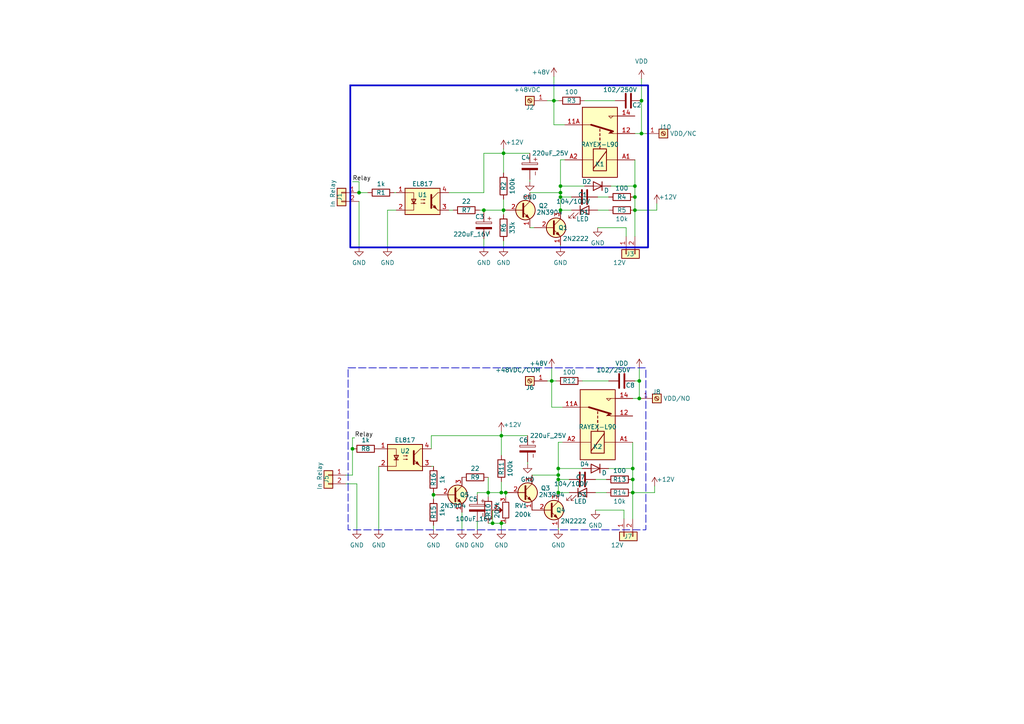
<source format=kicad_sch>
(kicad_sch
	(version 20231120)
	(generator "eeschema")
	(generator_version "8.0")
	(uuid "00b442de-ad27-431f-b994-d4568acdb668")
	(paper "A4")
	(title_block
		(title "RELAY PROTECTION")
		(rev "V4")
	)
	(lib_symbols
		(symbol "Connector:Screw_Terminal_01x01"
			(pin_names
				(offset 1.016) hide)
			(exclude_from_sim no)
			(in_bom yes)
			(on_board yes)
			(property "Reference" "J"
				(at 0 2.54 0)
				(effects
					(font
						(size 1.27 1.27)
					)
				)
			)
			(property "Value" "Screw_Terminal_01x01"
				(at 0 -2.54 0)
				(effects
					(font
						(size 1.27 1.27)
					)
				)
			)
			(property "Footprint" ""
				(at 0 0 0)
				(effects
					(font
						(size 1.27 1.27)
					)
					(hide yes)
				)
			)
			(property "Datasheet" "~"
				(at 0 0 0)
				(effects
					(font
						(size 1.27 1.27)
					)
					(hide yes)
				)
			)
			(property "Description" "Generic screw terminal, single row, 01x01, script generated (kicad-library-utils/schlib/autogen/connector/)"
				(at 0 0 0)
				(effects
					(font
						(size 1.27 1.27)
					)
					(hide yes)
				)
			)
			(property "ki_keywords" "screw terminal"
				(at 0 0 0)
				(effects
					(font
						(size 1.27 1.27)
					)
					(hide yes)
				)
			)
			(property "ki_fp_filters" "TerminalBlock*:*"
				(at 0 0 0)
				(effects
					(font
						(size 1.27 1.27)
					)
					(hide yes)
				)
			)
			(symbol "Screw_Terminal_01x01_1_1"
				(rectangle
					(start -1.27 1.27)
					(end 1.27 -1.27)
					(stroke
						(width 0.254)
						(type default)
					)
					(fill
						(type background)
					)
				)
				(polyline
					(pts
						(xy -0.5334 0.3302) (xy 0.3302 -0.508)
					)
					(stroke
						(width 0.1524)
						(type default)
					)
					(fill
						(type none)
					)
				)
				(polyline
					(pts
						(xy -0.3556 0.508) (xy 0.508 -0.3302)
					)
					(stroke
						(width 0.1524)
						(type default)
					)
					(fill
						(type none)
					)
				)
				(circle
					(center 0 0)
					(radius 0.635)
					(stroke
						(width 0.1524)
						(type default)
					)
					(fill
						(type none)
					)
				)
				(pin passive line
					(at -5.08 0 0)
					(length 3.81)
					(name "Pin_1"
						(effects
							(font
								(size 1.27 1.27)
							)
						)
					)
					(number "1"
						(effects
							(font
								(size 1.27 1.27)
							)
						)
					)
				)
			)
		)
		(symbol "Connector_Generic:Conn_01x02"
			(pin_names
				(offset 1.016) hide)
			(exclude_from_sim no)
			(in_bom yes)
			(on_board yes)
			(property "Reference" "J"
				(at 0 2.54 0)
				(effects
					(font
						(size 1.27 1.27)
					)
				)
			)
			(property "Value" "Conn_01x02"
				(at 0 -5.08 0)
				(effects
					(font
						(size 1.27 1.27)
					)
				)
			)
			(property "Footprint" ""
				(at 0 0 0)
				(effects
					(font
						(size 1.27 1.27)
					)
					(hide yes)
				)
			)
			(property "Datasheet" "~"
				(at 0 0 0)
				(effects
					(font
						(size 1.27 1.27)
					)
					(hide yes)
				)
			)
			(property "Description" "Generic connector, single row, 01x02, script generated (kicad-library-utils/schlib/autogen/connector/)"
				(at 0 0 0)
				(effects
					(font
						(size 1.27 1.27)
					)
					(hide yes)
				)
			)
			(property "ki_keywords" "connector"
				(at 0 0 0)
				(effects
					(font
						(size 1.27 1.27)
					)
					(hide yes)
				)
			)
			(property "ki_fp_filters" "Connector*:*_1x??_*"
				(at 0 0 0)
				(effects
					(font
						(size 1.27 1.27)
					)
					(hide yes)
				)
			)
			(symbol "Conn_01x02_1_1"
				(rectangle
					(start -1.27 -2.413)
					(end 0 -2.667)
					(stroke
						(width 0.1524)
						(type default)
					)
					(fill
						(type none)
					)
				)
				(rectangle
					(start -1.27 0.127)
					(end 0 -0.127)
					(stroke
						(width 0.1524)
						(type default)
					)
					(fill
						(type none)
					)
				)
				(rectangle
					(start -1.27 1.27)
					(end 1.27 -3.81)
					(stroke
						(width 0.254)
						(type default)
					)
					(fill
						(type background)
					)
				)
				(pin passive line
					(at -5.08 0 0)
					(length 3.81)
					(name "Pin_1"
						(effects
							(font
								(size 1.27 1.27)
							)
						)
					)
					(number "1"
						(effects
							(font
								(size 1.27 1.27)
							)
						)
					)
				)
				(pin passive line
					(at -5.08 -2.54 0)
					(length 3.81)
					(name "Pin_2"
						(effects
							(font
								(size 1.27 1.27)
							)
						)
					)
					(number "2"
						(effects
							(font
								(size 1.27 1.27)
							)
						)
					)
				)
			)
		)
		(symbol "Device:C"
			(pin_numbers hide)
			(pin_names
				(offset 0.254)
			)
			(exclude_from_sim no)
			(in_bom yes)
			(on_board yes)
			(property "Reference" "C"
				(at 0.635 2.54 0)
				(effects
					(font
						(size 1.27 1.27)
					)
					(justify left)
				)
			)
			(property "Value" "C"
				(at 0.635 -2.54 0)
				(effects
					(font
						(size 1.27 1.27)
					)
					(justify left)
				)
			)
			(property "Footprint" ""
				(at 0.9652 -3.81 0)
				(effects
					(font
						(size 1.27 1.27)
					)
					(hide yes)
				)
			)
			(property "Datasheet" "~"
				(at 0 0 0)
				(effects
					(font
						(size 1.27 1.27)
					)
					(hide yes)
				)
			)
			(property "Description" "Unpolarized capacitor"
				(at 0 0 0)
				(effects
					(font
						(size 1.27 1.27)
					)
					(hide yes)
				)
			)
			(property "ki_keywords" "cap capacitor"
				(at 0 0 0)
				(effects
					(font
						(size 1.27 1.27)
					)
					(hide yes)
				)
			)
			(property "ki_fp_filters" "C_*"
				(at 0 0 0)
				(effects
					(font
						(size 1.27 1.27)
					)
					(hide yes)
				)
			)
			(symbol "C_0_1"
				(polyline
					(pts
						(xy -2.032 -0.762) (xy 2.032 -0.762)
					)
					(stroke
						(width 0.508)
						(type default)
					)
					(fill
						(type none)
					)
				)
				(polyline
					(pts
						(xy -2.032 0.762) (xy 2.032 0.762)
					)
					(stroke
						(width 0.508)
						(type default)
					)
					(fill
						(type none)
					)
				)
			)
			(symbol "C_1_1"
				(pin passive line
					(at 0 3.81 270)
					(length 2.794)
					(name "~"
						(effects
							(font
								(size 1.27 1.27)
							)
						)
					)
					(number "1"
						(effects
							(font
								(size 1.27 1.27)
							)
						)
					)
				)
				(pin passive line
					(at 0 -3.81 90)
					(length 2.794)
					(name "~"
						(effects
							(font
								(size 1.27 1.27)
							)
						)
					)
					(number "2"
						(effects
							(font
								(size 1.27 1.27)
							)
						)
					)
				)
			)
		)
		(symbol "Device:D"
			(pin_numbers hide)
			(pin_names
				(offset 1.016) hide)
			(exclude_from_sim no)
			(in_bom yes)
			(on_board yes)
			(property "Reference" "D"
				(at 0 2.54 0)
				(effects
					(font
						(size 1.27 1.27)
					)
				)
			)
			(property "Value" "D"
				(at 0 -2.54 0)
				(effects
					(font
						(size 1.27 1.27)
					)
				)
			)
			(property "Footprint" ""
				(at 0 0 0)
				(effects
					(font
						(size 1.27 1.27)
					)
					(hide yes)
				)
			)
			(property "Datasheet" "~"
				(at 0 0 0)
				(effects
					(font
						(size 1.27 1.27)
					)
					(hide yes)
				)
			)
			(property "Description" "Diode"
				(at 0 0 0)
				(effects
					(font
						(size 1.27 1.27)
					)
					(hide yes)
				)
			)
			(property "ki_keywords" "diode"
				(at 0 0 0)
				(effects
					(font
						(size 1.27 1.27)
					)
					(hide yes)
				)
			)
			(property "ki_fp_filters" "TO-???* *_Diode_* *SingleDiode* D_*"
				(at 0 0 0)
				(effects
					(font
						(size 1.27 1.27)
					)
					(hide yes)
				)
			)
			(symbol "D_0_1"
				(polyline
					(pts
						(xy -1.27 1.27) (xy -1.27 -1.27)
					)
					(stroke
						(width 0.254)
						(type default)
					)
					(fill
						(type none)
					)
				)
				(polyline
					(pts
						(xy 1.27 0) (xy -1.27 0)
					)
					(stroke
						(width 0)
						(type default)
					)
					(fill
						(type none)
					)
				)
				(polyline
					(pts
						(xy 1.27 1.27) (xy 1.27 -1.27) (xy -1.27 0) (xy 1.27 1.27)
					)
					(stroke
						(width 0.254)
						(type default)
					)
					(fill
						(type none)
					)
				)
			)
			(symbol "D_1_1"
				(pin passive line
					(at -3.81 0 0)
					(length 2.54)
					(name "K"
						(effects
							(font
								(size 1.27 1.27)
							)
						)
					)
					(number "1"
						(effects
							(font
								(size 1.27 1.27)
							)
						)
					)
				)
				(pin passive line
					(at 3.81 0 180)
					(length 2.54)
					(name "A"
						(effects
							(font
								(size 1.27 1.27)
							)
						)
					)
					(number "2"
						(effects
							(font
								(size 1.27 1.27)
							)
						)
					)
				)
			)
		)
		(symbol "Device:LED"
			(pin_numbers hide)
			(pin_names
				(offset 1.016) hide)
			(exclude_from_sim no)
			(in_bom yes)
			(on_board yes)
			(property "Reference" "D"
				(at 0 2.54 0)
				(effects
					(font
						(size 1.27 1.27)
					)
				)
			)
			(property "Value" "LED"
				(at 0 -2.54 0)
				(effects
					(font
						(size 1.27 1.27)
					)
				)
			)
			(property "Footprint" ""
				(at 0 0 0)
				(effects
					(font
						(size 1.27 1.27)
					)
					(hide yes)
				)
			)
			(property "Datasheet" "~"
				(at 0 0 0)
				(effects
					(font
						(size 1.27 1.27)
					)
					(hide yes)
				)
			)
			(property "Description" "Light emitting diode"
				(at 0 0 0)
				(effects
					(font
						(size 1.27 1.27)
					)
					(hide yes)
				)
			)
			(property "ki_keywords" "LED diode"
				(at 0 0 0)
				(effects
					(font
						(size 1.27 1.27)
					)
					(hide yes)
				)
			)
			(property "ki_fp_filters" "LED* LED_SMD:* LED_THT:*"
				(at 0 0 0)
				(effects
					(font
						(size 1.27 1.27)
					)
					(hide yes)
				)
			)
			(symbol "LED_0_1"
				(polyline
					(pts
						(xy -1.27 -1.27) (xy -1.27 1.27)
					)
					(stroke
						(width 0.254)
						(type default)
					)
					(fill
						(type none)
					)
				)
				(polyline
					(pts
						(xy -1.27 0) (xy 1.27 0)
					)
					(stroke
						(width 0)
						(type default)
					)
					(fill
						(type none)
					)
				)
				(polyline
					(pts
						(xy 1.27 -1.27) (xy 1.27 1.27) (xy -1.27 0) (xy 1.27 -1.27)
					)
					(stroke
						(width 0.254)
						(type default)
					)
					(fill
						(type none)
					)
				)
				(polyline
					(pts
						(xy -3.048 -0.762) (xy -4.572 -2.286) (xy -3.81 -2.286) (xy -4.572 -2.286) (xy -4.572 -1.524)
					)
					(stroke
						(width 0)
						(type default)
					)
					(fill
						(type none)
					)
				)
				(polyline
					(pts
						(xy -1.778 -0.762) (xy -3.302 -2.286) (xy -2.54 -2.286) (xy -3.302 -2.286) (xy -3.302 -1.524)
					)
					(stroke
						(width 0)
						(type default)
					)
					(fill
						(type none)
					)
				)
			)
			(symbol "LED_1_1"
				(pin passive line
					(at -3.81 0 0)
					(length 2.54)
					(name "K"
						(effects
							(font
								(size 1.27 1.27)
							)
						)
					)
					(number "1"
						(effects
							(font
								(size 1.27 1.27)
							)
						)
					)
				)
				(pin passive line
					(at 3.81 0 180)
					(length 2.54)
					(name "A"
						(effects
							(font
								(size 1.27 1.27)
							)
						)
					)
					(number "2"
						(effects
							(font
								(size 1.27 1.27)
							)
						)
					)
				)
			)
		)
		(symbol "Device:R"
			(pin_numbers hide)
			(pin_names
				(offset 0)
			)
			(exclude_from_sim no)
			(in_bom yes)
			(on_board yes)
			(property "Reference" "R"
				(at 2.032 0 90)
				(effects
					(font
						(size 1.27 1.27)
					)
				)
			)
			(property "Value" "R"
				(at 0 0 90)
				(effects
					(font
						(size 1.27 1.27)
					)
				)
			)
			(property "Footprint" ""
				(at -1.778 0 90)
				(effects
					(font
						(size 1.27 1.27)
					)
					(hide yes)
				)
			)
			(property "Datasheet" "~"
				(at 0 0 0)
				(effects
					(font
						(size 1.27 1.27)
					)
					(hide yes)
				)
			)
			(property "Description" "Resistor"
				(at 0 0 0)
				(effects
					(font
						(size 1.27 1.27)
					)
					(hide yes)
				)
			)
			(property "ki_keywords" "R res resistor"
				(at 0 0 0)
				(effects
					(font
						(size 1.27 1.27)
					)
					(hide yes)
				)
			)
			(property "ki_fp_filters" "R_*"
				(at 0 0 0)
				(effects
					(font
						(size 1.27 1.27)
					)
					(hide yes)
				)
			)
			(symbol "R_0_1"
				(rectangle
					(start -1.016 -2.54)
					(end 1.016 2.54)
					(stroke
						(width 0.254)
						(type default)
					)
					(fill
						(type none)
					)
				)
			)
			(symbol "R_1_1"
				(pin passive line
					(at 0 3.81 270)
					(length 1.27)
					(name "~"
						(effects
							(font
								(size 1.27 1.27)
							)
						)
					)
					(number "1"
						(effects
							(font
								(size 1.27 1.27)
							)
						)
					)
				)
				(pin passive line
					(at 0 -3.81 90)
					(length 1.27)
					(name "~"
						(effects
							(font
								(size 1.27 1.27)
							)
						)
					)
					(number "2"
						(effects
							(font
								(size 1.27 1.27)
							)
						)
					)
				)
			)
		)
		(symbol "Isolator:EL817"
			(pin_names
				(offset 1.016)
			)
			(exclude_from_sim no)
			(in_bom yes)
			(on_board yes)
			(property "Reference" "U"
				(at -5.08 5.08 0)
				(effects
					(font
						(size 1.27 1.27)
					)
					(justify left)
				)
			)
			(property "Value" "EL817"
				(at 0 5.08 0)
				(effects
					(font
						(size 1.27 1.27)
					)
					(justify left)
				)
			)
			(property "Footprint" "Package_DIP:DIP-4_W7.62mm"
				(at -5.08 -5.08 0)
				(effects
					(font
						(size 1.27 1.27)
						(italic yes)
					)
					(justify left)
					(hide yes)
				)
			)
			(property "Datasheet" "http://www.everlight.com/file/ProductFile/EL817.pdf"
				(at 0 0 0)
				(effects
					(font
						(size 1.27 1.27)
					)
					(justify left)
					(hide yes)
				)
			)
			(property "Description" "DC Optocoupler, Vce 35V, DIP-4"
				(at 0 0 0)
				(effects
					(font
						(size 1.27 1.27)
					)
					(hide yes)
				)
			)
			(property "ki_keywords" "NPN DC Optocoupler"
				(at 0 0 0)
				(effects
					(font
						(size 1.27 1.27)
					)
					(hide yes)
				)
			)
			(property "ki_fp_filters" "DIP*W7.62mm*"
				(at 0 0 0)
				(effects
					(font
						(size 1.27 1.27)
					)
					(hide yes)
				)
			)
			(symbol "EL817_0_1"
				(rectangle
					(start -5.08 3.81)
					(end 5.08 -3.81)
					(stroke
						(width 0.254)
						(type default)
					)
					(fill
						(type background)
					)
				)
				(polyline
					(pts
						(xy -3.175 -0.635) (xy -1.905 -0.635)
					)
					(stroke
						(width 0.254)
						(type default)
					)
					(fill
						(type none)
					)
				)
				(polyline
					(pts
						(xy 2.54 0.635) (xy 4.445 2.54)
					)
					(stroke
						(width 0)
						(type default)
					)
					(fill
						(type none)
					)
				)
				(polyline
					(pts
						(xy 4.445 -2.54) (xy 2.54 -0.635)
					)
					(stroke
						(width 0)
						(type default)
					)
					(fill
						(type outline)
					)
				)
				(polyline
					(pts
						(xy 4.445 -2.54) (xy 5.08 -2.54)
					)
					(stroke
						(width 0)
						(type default)
					)
					(fill
						(type none)
					)
				)
				(polyline
					(pts
						(xy 4.445 2.54) (xy 5.08 2.54)
					)
					(stroke
						(width 0)
						(type default)
					)
					(fill
						(type none)
					)
				)
				(polyline
					(pts
						(xy -5.08 2.54) (xy -2.54 2.54) (xy -2.54 -0.635)
					)
					(stroke
						(width 0)
						(type default)
					)
					(fill
						(type none)
					)
				)
				(polyline
					(pts
						(xy -2.54 -0.635) (xy -2.54 -2.54) (xy -5.08 -2.54)
					)
					(stroke
						(width 0)
						(type default)
					)
					(fill
						(type none)
					)
				)
				(polyline
					(pts
						(xy 2.54 1.905) (xy 2.54 -1.905) (xy 2.54 -1.905)
					)
					(stroke
						(width 0.508)
						(type default)
					)
					(fill
						(type none)
					)
				)
				(polyline
					(pts
						(xy -2.54 -0.635) (xy -3.175 0.635) (xy -1.905 0.635) (xy -2.54 -0.635)
					)
					(stroke
						(width 0.254)
						(type default)
					)
					(fill
						(type none)
					)
				)
				(polyline
					(pts
						(xy -0.508 -0.508) (xy 0.762 -0.508) (xy 0.381 -0.635) (xy 0.381 -0.381) (xy 0.762 -0.508)
					)
					(stroke
						(width 0)
						(type default)
					)
					(fill
						(type none)
					)
				)
				(polyline
					(pts
						(xy -0.508 0.508) (xy 0.762 0.508) (xy 0.381 0.381) (xy 0.381 0.635) (xy 0.762 0.508)
					)
					(stroke
						(width 0)
						(type default)
					)
					(fill
						(type none)
					)
				)
				(polyline
					(pts
						(xy 3.048 -1.651) (xy 3.556 -1.143) (xy 4.064 -2.159) (xy 3.048 -1.651) (xy 3.048 -1.651)
					)
					(stroke
						(width 0)
						(type default)
					)
					(fill
						(type outline)
					)
				)
			)
			(symbol "EL817_1_1"
				(pin passive line
					(at -7.62 2.54 0)
					(length 2.54)
					(name "~"
						(effects
							(font
								(size 1.27 1.27)
							)
						)
					)
					(number "1"
						(effects
							(font
								(size 1.27 1.27)
							)
						)
					)
				)
				(pin passive line
					(at -7.62 -2.54 0)
					(length 2.54)
					(name "~"
						(effects
							(font
								(size 1.27 1.27)
							)
						)
					)
					(number "2"
						(effects
							(font
								(size 1.27 1.27)
							)
						)
					)
				)
				(pin passive line
					(at 7.62 -2.54 180)
					(length 2.54)
					(name "~"
						(effects
							(font
								(size 1.27 1.27)
							)
						)
					)
					(number "3"
						(effects
							(font
								(size 1.27 1.27)
							)
						)
					)
				)
				(pin passive line
					(at 7.62 2.54 180)
					(length 2.54)
					(name "~"
						(effects
							(font
								(size 1.27 1.27)
							)
						)
					)
					(number "4"
						(effects
							(font
								(size 1.27 1.27)
							)
						)
					)
				)
			)
		)
		(symbol "PCM_SL_Capacitors:220uF_25V"
			(exclude_from_sim no)
			(in_bom yes)
			(on_board yes)
			(property "Reference" "C"
				(at 0 7.62 0)
				(effects
					(font
						(size 1.27 1.27)
					)
				)
			)
			(property "Value" "220uF_25V"
				(at 0 5.08 0)
				(effects
					(font
						(size 1.27 1.27)
					)
				)
			)
			(property "Footprint" "Capacitor_THT:CP_Radial_D8.0mm_P3.50mm"
				(at 0.762 -3.81 0)
				(effects
					(font
						(size 1.27 1.27)
					)
					(hide yes)
				)
			)
			(property "Datasheet" ""
				(at 0.508 0 0)
				(effects
					(font
						(size 1.27 1.27)
					)
					(hide yes)
				)
			)
			(property "Description" "220uF, 25V Electrolytic Capacitor"
				(at 0 0 0)
				(effects
					(font
						(size 1.27 1.27)
					)
					(hide yes)
				)
			)
			(property "ki_keywords" "Electrolytic Capacitor"
				(at 0 0 0)
				(effects
					(font
						(size 1.27 1.27)
					)
					(hide yes)
				)
			)
			(property "ki_fp_filters" "Capacitor_THT:CP_Radial_D5.0mm_* Capacitor_THT:CP_Radial_D4.0mm_* Capacitor_THT:CP_Radial_D6.3mm_* Capacitor_THT:CP_Radial_D7.5mm_* Capacitor_THT:CP_Radial_D8.0mm_* Capacitor_THT:CP_Radial_D10.0mm_* Capacitor_THT:CP_Radial_D14.0mm_* Capacitor_THT:CP_Radial_D16.0mm_* Capacitor_THT:CP_Radial_D18.0mm_*"
				(at 0 0 0)
				(effects
					(font
						(size 1.27 1.27)
					)
					(hide yes)
				)
			)
			(symbol "220uF_25V_0_0"
				(text "+"
					(at -2.032 1.524 0)
					(effects
						(font
							(size 1.27 1.27)
						)
					)
				)
				(text "-"
					(at 2.032 1.524 0)
					(effects
						(font
							(size 1.27 1.27)
						)
					)
				)
			)
			(symbol "220uF_25V_0_1"
				(rectangle
					(start -1.016 -2.286)
					(end -0.508 2.286)
					(stroke
						(width 0)
						(type default)
					)
					(fill
						(type none)
					)
				)
				(rectangle
					(start 0.508 -2.286)
					(end 1.016 2.286)
					(stroke
						(width 0)
						(type default)
					)
					(fill
						(type outline)
					)
				)
			)
			(symbol "220uF_25V_1_1"
				(pin passive line
					(at -3.81 0 0)
					(length 2.7)
					(name "~"
						(effects
							(font
								(size 0 0)
							)
						)
					)
					(number "1"
						(effects
							(font
								(size 0 0)
							)
						)
					)
				)
				(pin input line
					(at 3.81 0 180)
					(length 2.7)
					(name "~"
						(effects
							(font
								(size 0 0)
							)
						)
					)
					(number "2"
						(effects
							(font
								(size 0 0)
							)
						)
					)
				)
			)
		)
		(symbol "PCM_SL_Devices:potentiometer_RM065"
			(exclude_from_sim no)
			(in_bom yes)
			(on_board yes)
			(property "Reference" "RV"
				(at 0 -2.032 0)
				(effects
					(font
						(size 1.27 1.27)
					)
				)
			)
			(property "Value" "potentiometer_RM065"
				(at 0 -3.81 0)
				(effects
					(font
						(size 1.27 1.27)
					)
				)
			)
			(property "Footprint" "PCM_SL_Devices:Potentiometer_RM065"
				(at -0.254 -6.096 0)
				(effects
					(font
						(size 1.27 1.27)
					)
					(hide yes)
				)
			)
			(property "Datasheet" ""
				(at 0 0 0)
				(effects
					(font
						(size 1.27 1.27)
					)
					(hide yes)
				)
			)
			(property "Description" "potentiometer RM065"
				(at 0 0 0)
				(effects
					(font
						(size 1.27 1.27)
					)
					(hide yes)
				)
			)
			(property "ki_keywords" "potentiometer RM065"
				(at 0 0 0)
				(effects
					(font
						(size 1.27 1.27)
					)
					(hide yes)
				)
			)
			(symbol "potentiometer_RM065_0_1"
				(rectangle
					(start -2.286 0.889)
					(end 2.286 -0.889)
					(stroke
						(width 0.24)
						(type default)
					)
					(fill
						(type none)
					)
				)
				(polyline
					(pts
						(xy 0 1.016) (xy 0.762 1.778) (xy -0.762 1.778) (xy 0 1.016)
					)
					(stroke
						(width 0)
						(type default)
					)
					(fill
						(type outline)
					)
				)
			)
			(symbol "potentiometer_RM065_1_1"
				(pin passive line
					(at -3.81 0 0)
					(length 1.5)
					(name "~"
						(effects
							(font
								(size 1.27 1.27)
							)
						)
					)
					(number "1"
						(effects
							(font
								(size 1 1)
							)
						)
					)
				)
				(pin passive line
					(at 0 3.81 270)
					(length 2)
					(name "~"
						(effects
							(font
								(size 1.27 1.27)
							)
						)
					)
					(number "2"
						(effects
							(font
								(size 1 1)
							)
						)
					)
				)
				(pin passive line
					(at 3.81 0 180)
					(length 1.5)
					(name "~"
						(effects
							(font
								(size 1.27 1.27)
							)
						)
					)
					(number "3"
						(effects
							(font
								(size 1 1)
							)
						)
					)
				)
			)
		)
		(symbol "PCM_Transistor_BJT_AKL:2N2222"
			(pin_names hide)
			(exclude_from_sim no)
			(in_bom yes)
			(on_board yes)
			(property "Reference" "Q"
				(at 5.08 1.27 0)
				(effects
					(font
						(size 1.27 1.27)
					)
					(justify left)
				)
			)
			(property "Value" "2N2222"
				(at 5.08 -1.27 0)
				(effects
					(font
						(size 1.27 1.27)
					)
					(justify left)
				)
			)
			(property "Footprint" "Package_TO_SOT_THT_AKL:TO-18-3_EBC"
				(at 5.08 2.54 0)
				(effects
					(font
						(size 1.27 1.27)
					)
					(hide yes)
				)
			)
			(property "Datasheet" "https://www.farnell.com/datasheets/296640.pdf"
				(at 0 0 0)
				(effects
					(font
						(size 1.27 1.27)
					)
					(hide yes)
				)
			)
			(property "Description" "NPN TO-18 transistor, 30V, 0.8A, 500mW, Alternate KiCAD Library"
				(at 0 0 0)
				(effects
					(font
						(size 1.27 1.27)
					)
					(hide yes)
				)
			)
			(property "ki_keywords" "transistor NPN 2N2222"
				(at 0 0 0)
				(effects
					(font
						(size 1.27 1.27)
					)
					(hide yes)
				)
			)
			(symbol "2N2222_0_1"
				(polyline
					(pts
						(xy 0.635 0.635) (xy 2.54 2.54)
					)
					(stroke
						(width 0)
						(type default)
					)
					(fill
						(type none)
					)
				)
				(polyline
					(pts
						(xy 0.635 -0.635) (xy 2.54 -2.54) (xy 2.54 -2.54)
					)
					(stroke
						(width 0)
						(type default)
					)
					(fill
						(type none)
					)
				)
				(polyline
					(pts
						(xy 0.635 1.905) (xy 0.635 -1.905) (xy 0.635 -1.905)
					)
					(stroke
						(width 0.508)
						(type default)
					)
					(fill
						(type none)
					)
				)
				(polyline
					(pts
						(xy 1.27 -1.778) (xy 1.778 -1.27) (xy 2.286 -2.286) (xy 1.27 -1.778) (xy 1.27 -1.778)
					)
					(stroke
						(width 0)
						(type default)
					)
					(fill
						(type outline)
					)
				)
				(circle
					(center 1.27 0)
					(radius 2.8194)
					(stroke
						(width 0.254)
						(type default)
					)
					(fill
						(type background)
					)
				)
			)
			(symbol "2N2222_1_1"
				(pin passive line
					(at 2.54 -5.08 90)
					(length 2.54)
					(name "E"
						(effects
							(font
								(size 1.27 1.27)
							)
						)
					)
					(number "1"
						(effects
							(font
								(size 1.27 1.27)
							)
						)
					)
				)
				(pin passive line
					(at -5.08 0 0)
					(length 5.715)
					(name "B"
						(effects
							(font
								(size 1.27 1.27)
							)
						)
					)
					(number "2"
						(effects
							(font
								(size 1.27 1.27)
							)
						)
					)
				)
				(pin passive line
					(at 2.54 5.08 270)
					(length 2.54)
					(name "C"
						(effects
							(font
								(size 1.27 1.27)
							)
						)
					)
					(number "3"
						(effects
							(font
								(size 1.27 1.27)
							)
						)
					)
				)
			)
		)
		(symbol "PCM_Transistor_BJT_AKL:2N3904"
			(pin_names hide)
			(exclude_from_sim no)
			(in_bom yes)
			(on_board yes)
			(property "Reference" "Q"
				(at 5.08 1.27 0)
				(effects
					(font
						(size 1.27 1.27)
					)
					(justify left)
				)
			)
			(property "Value" "2N3904"
				(at 5.08 -1.27 0)
				(effects
					(font
						(size 1.27 1.27)
					)
					(justify left)
				)
			)
			(property "Footprint" "Package_TO_SOT_THT_AKL:TO-92_Inline_Wide_EBC"
				(at 5.08 2.54 0)
				(effects
					(font
						(size 1.27 1.27)
					)
					(hide yes)
				)
			)
			(property "Datasheet" "https://www.tme.eu/Document/12bff749841e3a356e683e9a8e7e4119/2N3904BU-DTE.pdf"
				(at 0 0 0)
				(effects
					(font
						(size 1.27 1.27)
					)
					(hide yes)
				)
			)
			(property "Description" "NPN TO-92 transistor, 40V, 200mA, 625mW, Complementary to 2N3906, Alternate KiCAD Library"
				(at 0 0 0)
				(effects
					(font
						(size 1.27 1.27)
					)
					(hide yes)
				)
			)
			(property "ki_keywords" "transistor NPN 2N3904"
				(at 0 0 0)
				(effects
					(font
						(size 1.27 1.27)
					)
					(hide yes)
				)
			)
			(symbol "2N3904_0_1"
				(polyline
					(pts
						(xy 0.635 0.635) (xy 2.54 2.54)
					)
					(stroke
						(width 0)
						(type default)
					)
					(fill
						(type none)
					)
				)
				(polyline
					(pts
						(xy 0.635 -0.635) (xy 2.54 -2.54) (xy 2.54 -2.54)
					)
					(stroke
						(width 0)
						(type default)
					)
					(fill
						(type none)
					)
				)
				(polyline
					(pts
						(xy 0.635 1.905) (xy 0.635 -1.905) (xy 0.635 -1.905)
					)
					(stroke
						(width 0.508)
						(type default)
					)
					(fill
						(type none)
					)
				)
				(polyline
					(pts
						(xy 1.27 -1.778) (xy 1.778 -1.27) (xy 2.286 -2.286) (xy 1.27 -1.778) (xy 1.27 -1.778)
					)
					(stroke
						(width 0)
						(type default)
					)
					(fill
						(type outline)
					)
				)
				(circle
					(center 1.27 0)
					(radius 2.8194)
					(stroke
						(width 0.254)
						(type default)
					)
					(fill
						(type background)
					)
				)
			)
			(symbol "2N3904_1_1"
				(pin passive line
					(at 2.54 -5.08 90)
					(length 2.54)
					(name "E"
						(effects
							(font
								(size 1.27 1.27)
							)
						)
					)
					(number "1"
						(effects
							(font
								(size 1.27 1.27)
							)
						)
					)
				)
				(pin passive line
					(at -5.08 0 0)
					(length 5.715)
					(name "B"
						(effects
							(font
								(size 1.27 1.27)
							)
						)
					)
					(number "2"
						(effects
							(font
								(size 1.27 1.27)
							)
						)
					)
				)
				(pin passive line
					(at 2.54 5.08 270)
					(length 2.54)
					(name "C"
						(effects
							(font
								(size 1.27 1.27)
							)
						)
					)
					(number "3"
						(effects
							(font
								(size 1.27 1.27)
							)
						)
					)
				)
			)
		)
		(symbol "Relay:RAYEX-L90"
			(exclude_from_sim no)
			(in_bom yes)
			(on_board yes)
			(property "Reference" "K"
				(at 11.43 3.81 0)
				(effects
					(font
						(size 1.27 1.27)
					)
					(justify left)
				)
			)
			(property "Value" "RAYEX-L90"
				(at 11.43 1.27 0)
				(effects
					(font
						(size 1.27 1.27)
					)
					(justify left)
				)
			)
			(property "Footprint" "Relay_THT:Relay_SPDT_RAYEX-L90"
				(at 11.43 -1.27 0)
				(effects
					(font
						(size 1.27 1.27)
					)
					(justify left)
					(hide yes)
				)
			)
			(property "Datasheet" "https://a3.sofastcdn.com/attachment/7jioKBjnRiiSrjrjknRiwS77gwbf3zmp/L90-SERIES.pdf"
				(at 8.89 25.4 0)
				(effects
					(font
						(size 1.27 1.27)
					)
					(justify left)
					(hide yes)
				)
			)
			(property "Description" "Power relay, SPDT, 30A"
				(at 0 0 0)
				(effects
					(font
						(size 1.27 1.27)
					)
					(hide yes)
				)
			)
			(property "ki_keywords" "30A Single Pole Relay"
				(at 0 0 0)
				(effects
					(font
						(size 1.27 1.27)
					)
					(hide yes)
				)
			)
			(property "ki_fp_filters" "Relay*SPDT*RAYEX*L90*"
				(at 0 0 0)
				(effects
					(font
						(size 1.27 1.27)
					)
					(hide yes)
				)
			)
			(symbol "RAYEX-L90_1_0"
				(polyline
					(pts
						(xy 2.54 3.81) (xy 2.54 5.08)
					)
					(stroke
						(width 0)
						(type default)
					)
					(fill
						(type none)
					)
				)
				(polyline
					(pts
						(xy 7.62 3.81) (xy 7.62 5.08)
					)
					(stroke
						(width 0)
						(type default)
					)
					(fill
						(type none)
					)
				)
				(polyline
					(pts
						(xy 7.62 3.81) (xy 7.62 2.54) (xy 6.985 3.175) (xy 7.62 3.81)
					)
					(stroke
						(width 0)
						(type default)
					)
					(fill
						(type none)
					)
				)
			)
			(symbol "RAYEX-L90_1_1"
				(rectangle
					(start -10.16 5.08)
					(end 10.16 -5.08)
					(stroke
						(width 0.254)
						(type default)
					)
					(fill
						(type background)
					)
				)
				(rectangle
					(start -8.255 1.905)
					(end -1.905 -1.905)
					(stroke
						(width 0.254)
						(type default)
					)
					(fill
						(type none)
					)
				)
				(polyline
					(pts
						(xy -7.62 -1.905) (xy -2.54 1.905)
					)
					(stroke
						(width 0.254)
						(type default)
					)
					(fill
						(type none)
					)
				)
				(polyline
					(pts
						(xy -5.08 -5.08) (xy -5.08 -1.905)
					)
					(stroke
						(width 0)
						(type default)
					)
					(fill
						(type none)
					)
				)
				(polyline
					(pts
						(xy -5.08 5.08) (xy -5.08 1.905)
					)
					(stroke
						(width 0)
						(type default)
					)
					(fill
						(type none)
					)
				)
				(polyline
					(pts
						(xy -1.905 0) (xy -1.27 0)
					)
					(stroke
						(width 0.254)
						(type default)
					)
					(fill
						(type none)
					)
				)
				(polyline
					(pts
						(xy -0.635 0) (xy 0 0)
					)
					(stroke
						(width 0.254)
						(type default)
					)
					(fill
						(type none)
					)
				)
				(polyline
					(pts
						(xy 0.635 0) (xy 1.27 0)
					)
					(stroke
						(width 0.254)
						(type default)
					)
					(fill
						(type none)
					)
				)
				(polyline
					(pts
						(xy 0.635 0) (xy 1.27 0)
					)
					(stroke
						(width 0.254)
						(type default)
					)
					(fill
						(type none)
					)
				)
				(polyline
					(pts
						(xy 1.905 0) (xy 2.54 0)
					)
					(stroke
						(width 0.254)
						(type default)
					)
					(fill
						(type none)
					)
				)
				(polyline
					(pts
						(xy 3.175 0) (xy 3.81 0)
					)
					(stroke
						(width 0.254)
						(type default)
					)
					(fill
						(type none)
					)
				)
				(polyline
					(pts
						(xy 5.08 -2.54) (xy 3.175 3.81)
					)
					(stroke
						(width 0.508)
						(type default)
					)
					(fill
						(type none)
					)
				)
				(polyline
					(pts
						(xy 5.08 -2.54) (xy 5.08 -5.08)
					)
					(stroke
						(width 0)
						(type default)
					)
					(fill
						(type none)
					)
				)
				(polyline
					(pts
						(xy 2.54 2.54) (xy 3.175 3.175) (xy 2.54 3.81)
					)
					(stroke
						(width 0)
						(type default)
					)
					(fill
						(type outline)
					)
				)
				(pin passive line
					(at 5.08 -10.16 90)
					(length 5.08)
					(name "~"
						(effects
							(font
								(size 1.27 1.27)
							)
						)
					)
					(number "11A"
						(effects
							(font
								(size 1.27 1.27)
							)
						)
					)
				)
				(pin passive line
					(at 5.08 -10.16 90)
					(length 5.08) hide
					(name "~"
						(effects
							(font
								(size 1.27 1.27)
							)
						)
					)
					(number "11B"
						(effects
							(font
								(size 1.27 1.27)
							)
						)
					)
				)
				(pin passive line
					(at 2.54 10.16 270)
					(length 5.08)
					(name "~"
						(effects
							(font
								(size 1.27 1.27)
							)
						)
					)
					(number "12"
						(effects
							(font
								(size 1.27 1.27)
							)
						)
					)
				)
				(pin passive line
					(at 7.62 10.16 270)
					(length 5.08)
					(name "~"
						(effects
							(font
								(size 1.27 1.27)
							)
						)
					)
					(number "14"
						(effects
							(font
								(size 1.27 1.27)
							)
						)
					)
				)
				(pin passive line
					(at -5.08 10.16 270)
					(length 5.08)
					(name "~"
						(effects
							(font
								(size 1.27 1.27)
							)
						)
					)
					(number "A1"
						(effects
							(font
								(size 1.27 1.27)
							)
						)
					)
				)
				(pin passive line
					(at -5.08 -10.16 90)
					(length 5.08)
					(name "~"
						(effects
							(font
								(size 1.27 1.27)
							)
						)
					)
					(number "A2"
						(effects
							(font
								(size 1.27 1.27)
							)
						)
					)
				)
			)
		)
		(symbol "power:+12V"
			(power)
			(pin_names
				(offset 0)
			)
			(exclude_from_sim no)
			(in_bom yes)
			(on_board yes)
			(property "Reference" "#PWR"
				(at 0 -3.81 0)
				(effects
					(font
						(size 1.27 1.27)
					)
					(hide yes)
				)
			)
			(property "Value" "+12V"
				(at 0 3.556 0)
				(effects
					(font
						(size 1.27 1.27)
					)
				)
			)
			(property "Footprint" ""
				(at 0 0 0)
				(effects
					(font
						(size 1.27 1.27)
					)
					(hide yes)
				)
			)
			(property "Datasheet" ""
				(at 0 0 0)
				(effects
					(font
						(size 1.27 1.27)
					)
					(hide yes)
				)
			)
			(property "Description" "Power symbol creates a global label with name \"+12V\""
				(at 0 0 0)
				(effects
					(font
						(size 1.27 1.27)
					)
					(hide yes)
				)
			)
			(property "ki_keywords" "power-flag"
				(at 0 0 0)
				(effects
					(font
						(size 1.27 1.27)
					)
					(hide yes)
				)
			)
			(symbol "+12V_0_1"
				(polyline
					(pts
						(xy -0.762 1.27) (xy 0 2.54)
					)
					(stroke
						(width 0)
						(type default)
					)
					(fill
						(type none)
					)
				)
				(polyline
					(pts
						(xy 0 0) (xy 0 2.54)
					)
					(stroke
						(width 0)
						(type default)
					)
					(fill
						(type none)
					)
				)
				(polyline
					(pts
						(xy 0 2.54) (xy 0.762 1.27)
					)
					(stroke
						(width 0)
						(type default)
					)
					(fill
						(type none)
					)
				)
			)
			(symbol "+12V_1_1"
				(pin power_in line
					(at 0 0 90)
					(length 0) hide
					(name "+12V"
						(effects
							(font
								(size 1.27 1.27)
							)
						)
					)
					(number "1"
						(effects
							(font
								(size 1.27 1.27)
							)
						)
					)
				)
			)
		)
		(symbol "power:+48V"
			(power)
			(pin_names
				(offset 0)
			)
			(exclude_from_sim no)
			(in_bom yes)
			(on_board yes)
			(property "Reference" "#PWR"
				(at 0 -3.81 0)
				(effects
					(font
						(size 1.27 1.27)
					)
					(hide yes)
				)
			)
			(property "Value" "+48V"
				(at 0 3.556 0)
				(effects
					(font
						(size 1.27 1.27)
					)
				)
			)
			(property "Footprint" ""
				(at 0 0 0)
				(effects
					(font
						(size 1.27 1.27)
					)
					(hide yes)
				)
			)
			(property "Datasheet" ""
				(at 0 0 0)
				(effects
					(font
						(size 1.27 1.27)
					)
					(hide yes)
				)
			)
			(property "Description" "Power symbol creates a global label with name \"+48V\""
				(at 0 0 0)
				(effects
					(font
						(size 1.27 1.27)
					)
					(hide yes)
				)
			)
			(property "ki_keywords" "power-flag"
				(at 0 0 0)
				(effects
					(font
						(size 1.27 1.27)
					)
					(hide yes)
				)
			)
			(symbol "+48V_0_1"
				(polyline
					(pts
						(xy -0.762 1.27) (xy 0 2.54)
					)
					(stroke
						(width 0)
						(type default)
					)
					(fill
						(type none)
					)
				)
				(polyline
					(pts
						(xy 0 0) (xy 0 2.54)
					)
					(stroke
						(width 0)
						(type default)
					)
					(fill
						(type none)
					)
				)
				(polyline
					(pts
						(xy 0 2.54) (xy 0.762 1.27)
					)
					(stroke
						(width 0)
						(type default)
					)
					(fill
						(type none)
					)
				)
			)
			(symbol "+48V_1_1"
				(pin power_in line
					(at 0 0 90)
					(length 0) hide
					(name "+48V"
						(effects
							(font
								(size 1.27 1.27)
							)
						)
					)
					(number "1"
						(effects
							(font
								(size 1.27 1.27)
							)
						)
					)
				)
			)
		)
		(symbol "power:GND"
			(power)
			(pin_names
				(offset 0)
			)
			(exclude_from_sim no)
			(in_bom yes)
			(on_board yes)
			(property "Reference" "#PWR"
				(at 0 -6.35 0)
				(effects
					(font
						(size 1.27 1.27)
					)
					(hide yes)
				)
			)
			(property "Value" "GND"
				(at 0 -3.81 0)
				(effects
					(font
						(size 1.27 1.27)
					)
				)
			)
			(property "Footprint" ""
				(at 0 0 0)
				(effects
					(font
						(size 1.27 1.27)
					)
					(hide yes)
				)
			)
			(property "Datasheet" ""
				(at 0 0 0)
				(effects
					(font
						(size 1.27 1.27)
					)
					(hide yes)
				)
			)
			(property "Description" "Power symbol creates a global label with name \"GND\" , ground"
				(at 0 0 0)
				(effects
					(font
						(size 1.27 1.27)
					)
					(hide yes)
				)
			)
			(property "ki_keywords" "power-flag"
				(at 0 0 0)
				(effects
					(font
						(size 1.27 1.27)
					)
					(hide yes)
				)
			)
			(symbol "GND_0_1"
				(polyline
					(pts
						(xy 0 0) (xy 0 -1.27) (xy 1.27 -1.27) (xy 0 -2.54) (xy -1.27 -1.27) (xy 0 -1.27)
					)
					(stroke
						(width 0)
						(type default)
					)
					(fill
						(type none)
					)
				)
			)
			(symbol "GND_1_1"
				(pin power_in line
					(at 0 0 270)
					(length 0) hide
					(name "GND"
						(effects
							(font
								(size 1.27 1.27)
							)
						)
					)
					(number "1"
						(effects
							(font
								(size 1.27 1.27)
							)
						)
					)
				)
			)
		)
		(symbol "power:VDD"
			(power)
			(pin_names
				(offset 0)
			)
			(exclude_from_sim no)
			(in_bom yes)
			(on_board yes)
			(property "Reference" "#PWR"
				(at 0 -3.81 0)
				(effects
					(font
						(size 1.27 1.27)
					)
					(hide yes)
				)
			)
			(property "Value" "VDD"
				(at 0 3.81 0)
				(effects
					(font
						(size 1.27 1.27)
					)
				)
			)
			(property "Footprint" ""
				(at 0 0 0)
				(effects
					(font
						(size 1.27 1.27)
					)
					(hide yes)
				)
			)
			(property "Datasheet" ""
				(at 0 0 0)
				(effects
					(font
						(size 1.27 1.27)
					)
					(hide yes)
				)
			)
			(property "Description" "Power symbol creates a global label with name \"VDD\""
				(at 0 0 0)
				(effects
					(font
						(size 1.27 1.27)
					)
					(hide yes)
				)
			)
			(property "ki_keywords" "power-flag"
				(at 0 0 0)
				(effects
					(font
						(size 1.27 1.27)
					)
					(hide yes)
				)
			)
			(symbol "VDD_0_1"
				(polyline
					(pts
						(xy -0.762 1.27) (xy 0 2.54)
					)
					(stroke
						(width 0)
						(type default)
					)
					(fill
						(type none)
					)
				)
				(polyline
					(pts
						(xy 0 0) (xy 0 2.54)
					)
					(stroke
						(width 0)
						(type default)
					)
					(fill
						(type none)
					)
				)
				(polyline
					(pts
						(xy 0 2.54) (xy 0.762 1.27)
					)
					(stroke
						(width 0)
						(type default)
					)
					(fill
						(type none)
					)
				)
			)
			(symbol "VDD_1_1"
				(pin power_in line
					(at 0 0 90)
					(length 0) hide
					(name "VDD"
						(effects
							(font
								(size 1.27 1.27)
							)
						)
					)
					(number "1"
						(effects
							(font
								(size 1.27 1.27)
							)
						)
					)
				)
			)
		)
	)
	(junction
		(at 161.925 139.065)
		(diameter 0)
		(color 0 0 0 0)
		(uuid "05556564-1400-41c1-bfb1-17304bb2c956")
	)
	(junction
		(at 184.15 57.15)
		(diameter 0)
		(color 0 0 0 0)
		(uuid "3352e993-a18b-4ede-9534-5c577de77fe8")
	)
	(junction
		(at 185.42 115.57)
		(diameter 0)
		(color 0 0 0 0)
		(uuid "4ba69a81-3063-4404-addb-d6900a28340e")
	)
	(junction
		(at 146.685 142.875)
		(diameter 0)
		(color 0 0 0 0)
		(uuid "4e2990f3-c6ec-4241-a9b3-5dcb642752bc")
	)
	(junction
		(at 161.925 142.875)
		(diameter 0)
		(color 0 0 0 0)
		(uuid "53daf064-5b71-476b-a5ad-0f267be79c4e")
	)
	(junction
		(at 160.655 29.21)
		(diameter 0)
		(color 0 0 0 0)
		(uuid "6a218d0b-00f5-48e6-a16f-4553d0250c39")
	)
	(junction
		(at 102.235 130.175)
		(diameter 0)
		(color 0 0 0 0)
		(uuid "6abf0f8d-61f9-4289-8cf9-8e252af24260")
	)
	(junction
		(at 161.925 135.89)
		(diameter 0)
		(color 0 0 0 0)
		(uuid "71106326-7aac-41ae-8c34-2c0f8fad8d91")
	)
	(junction
		(at 145.415 142.875)
		(diameter 0)
		(color 0 0 0 0)
		(uuid "747f5e1e-e87c-44c2-b684-18303f6ed04b")
	)
	(junction
		(at 145.415 151.765)
		(diameter 0)
		(color 0 0 0 0)
		(uuid "74d04734-465e-4aec-909c-108bb0af5d33")
	)
	(junction
		(at 183.515 135.89)
		(diameter 0)
		(color 0 0 0 0)
		(uuid "77294742-65e6-4e11-b266-3cbf8cfc3f1f")
	)
	(junction
		(at 186.055 38.735)
		(diameter 0)
		(color 0 0 0 0)
		(uuid "8c66a4b7-b0a2-416d-a228-02f8ef16a791")
	)
	(junction
		(at 141.605 142.875)
		(diameter 0)
		(color 0 0 0 0)
		(uuid "8d69c867-d53d-4cfd-893b-66e1a1789a46")
	)
	(junction
		(at 186.055 29.21)
		(diameter 0)
		(color 0 0 0 0)
		(uuid "8ef70427-170b-495e-a7d3-dd007919d334")
	)
	(junction
		(at 142.875 151.765)
		(diameter 0)
		(color 0 0 0 0)
		(uuid "9436034c-03d4-4f6a-8285-6eb054ce513f")
	)
	(junction
		(at 183.515 139.065)
		(diameter 0)
		(color 0 0 0 0)
		(uuid "9804ba72-801b-4947-948b-99c7d5d27e3d")
	)
	(junction
		(at 185.42 110.49)
		(diameter 0)
		(color 0 0 0 0)
		(uuid "9c0c2abc-9b9f-453a-a7c3-c5548170d9be")
	)
	(junction
		(at 184.15 53.975)
		(diameter 0)
		(color 0 0 0 0)
		(uuid "ab08c335-3359-46b9-85c7-1c045e36bf05")
	)
	(junction
		(at 160.02 110.49)
		(diameter 0)
		(color 0 0 0 0)
		(uuid "ad7947c8-7b3d-46dd-9e6a-1bc900d2d066")
	)
	(junction
		(at 183.515 142.875)
		(diameter 0)
		(color 0 0 0 0)
		(uuid "bc0fba99-bb92-4b83-9911-81ec218118d3")
	)
	(junction
		(at 184.15 60.96)
		(diameter 0)
		(color 0 0 0 0)
		(uuid "c50bc4a8-22e1-4adc-93e1-b8526aa6b4bc")
	)
	(junction
		(at 146.05 44.45)
		(diameter 0)
		(color 0 0 0 0)
		(uuid "c7ad4408-dd78-4273-843b-0a4a402b8df0")
	)
	(junction
		(at 162.56 57.15)
		(diameter 0)
		(color 0 0 0 0)
		(uuid "c977e926-af73-4326-85e2-e304ec87330e")
	)
	(junction
		(at 146.05 60.96)
		(diameter 0)
		(color 0 0 0 0)
		(uuid "d6c9e7d8-1488-4f30-8f99-f93782378b57")
	)
	(junction
		(at 145.415 126.365)
		(diameter 0)
		(color 0 0 0 0)
		(uuid "d9926457-67cb-4bdb-90fd-95cce40c12ac")
	)
	(junction
		(at 104.14 55.88)
		(diameter 0)
		(color 0 0 0 0)
		(uuid "dcc63ebf-f328-4a7b-9207-c10d4ea60c55")
	)
	(junction
		(at 162.56 55.88)
		(diameter 0)
		(color 0 0 0 0)
		(uuid "e439f2c6-4cfe-4e02-a957-4a918e031b05")
	)
	(junction
		(at 140.335 60.96)
		(diameter 0)
		(color 0 0 0 0)
		(uuid "e72c2f39-90dc-4e22-947a-240dd4959fb0")
	)
	(junction
		(at 162.56 53.975)
		(diameter 0)
		(color 0 0 0 0)
		(uuid "f0fd854e-e449-4420-8678-8f1021a7e046")
	)
	(junction
		(at 125.73 143.51)
		(diameter 0)
		(color 0 0 0 0)
		(uuid "f1dc2d74-abed-4ba9-a173-14b69d3167e6")
	)
	(junction
		(at 161.925 137.795)
		(diameter 0)
		(color 0 0 0 0)
		(uuid "f9b31dad-945d-460b-8503-176987b08d98")
	)
	(junction
		(at 162.56 60.96)
		(diameter 0)
		(color 0 0 0 0)
		(uuid "fc94fa5a-d1a5-480d-a135-cc04e405d1e2")
	)
	(wire
		(pts
			(xy 189.865 142.875) (xy 189.865 140.97)
		)
		(stroke
			(width 0)
			(type default)
		)
		(uuid "002b674e-64dc-4070-821b-a982125301cf")
	)
	(wire
		(pts
			(xy 138.43 142.875) (xy 141.605 142.875)
		)
		(stroke
			(width 0)
			(type default)
		)
		(uuid "01501ba1-8529-4e50-a07d-b66b46e3186c")
	)
	(wire
		(pts
			(xy 112.395 60.96) (xy 112.395 71.755)
		)
		(stroke
			(width 0)
			(type default)
		)
		(uuid "01659bae-d559-4a6e-839b-d5177c29177d")
	)
	(wire
		(pts
			(xy 183.515 115.57) (xy 185.42 115.57)
		)
		(stroke
			(width 0)
			(type default)
		)
		(uuid "02517a99-f622-4a73-b5dd-31bc583e60d9")
	)
	(wire
		(pts
			(xy 158.75 110.49) (xy 160.02 110.49)
		)
		(stroke
			(width 0)
			(type default)
		)
		(uuid "02c55f1b-2e55-4041-b666-12998b6ae413")
	)
	(wire
		(pts
			(xy 185.42 106.68) (xy 185.42 110.49)
		)
		(stroke
			(width 0)
			(type default)
		)
		(uuid "03d3686c-53bf-4197-ac9d-4abd4c112c13")
	)
	(wire
		(pts
			(xy 161.925 128.27) (xy 161.925 135.89)
		)
		(stroke
			(width 0)
			(type default)
		)
		(uuid "04ee2cea-4a6f-47ef-8e69-f96d028bb3ab")
	)
	(wire
		(pts
			(xy 183.515 135.89) (xy 183.515 139.065)
		)
		(stroke
			(width 0)
			(type default)
		)
		(uuid "05ac9076-5438-40cd-8e35-2db33a42d6f7")
	)
	(wire
		(pts
			(xy 165.1 142.875) (xy 161.925 142.875)
		)
		(stroke
			(width 0)
			(type default)
		)
		(uuid "05ef2ea4-ec74-4d2f-8d2e-72e634bcdd03")
	)
	(wire
		(pts
			(xy 125.73 152.4) (xy 125.73 153.67)
		)
		(stroke
			(width 0)
			(type default)
		)
		(uuid "08ef2cd8-a4d4-45d2-b95e-e33f65c6fcd7")
	)
	(wire
		(pts
			(xy 165.735 60.96) (xy 162.56 60.96)
		)
		(stroke
			(width 0)
			(type default)
		)
		(uuid "0b9bd21f-b094-49e9-94de-21743ce09fe1")
	)
	(wire
		(pts
			(xy 165.735 57.15) (xy 162.56 57.15)
		)
		(stroke
			(width 0)
			(type default)
		)
		(uuid "0fde3db9-d8e8-42d9-855c-164db44bf424")
	)
	(wire
		(pts
			(xy 146.05 44.45) (xy 153.67 44.45)
		)
		(stroke
			(width 0)
			(type default)
		)
		(uuid "114c36ad-520c-42d9-91b4-87acd22b9887")
	)
	(wire
		(pts
			(xy 162.56 46.355) (xy 162.56 53.975)
		)
		(stroke
			(width 0)
			(type default)
		)
		(uuid "11bcc84a-7556-43d0-91a7-b292e8d5b75b")
	)
	(wire
		(pts
			(xy 126.365 143.51) (xy 125.73 143.51)
		)
		(stroke
			(width 0)
			(type default)
		)
		(uuid "12c1bfb3-93f5-447e-b53a-5a07c5e50663")
	)
	(wire
		(pts
			(xy 160.02 106.68) (xy 160.02 110.49)
		)
		(stroke
			(width 0)
			(type default)
		)
		(uuid "16e5502f-f670-4b68-ac86-76160019fe6b")
	)
	(wire
		(pts
			(xy 184.15 53.975) (xy 184.15 57.15)
		)
		(stroke
			(width 0)
			(type default)
		)
		(uuid "1cb6861e-7f30-461c-bde3-63490e50866e")
	)
	(wire
		(pts
			(xy 145.415 139.7) (xy 145.415 142.875)
		)
		(stroke
			(width 0)
			(type default)
		)
		(uuid "1e7a40c6-43d6-4d33-a880-23958e2dc22a")
	)
	(wire
		(pts
			(xy 165.1 139.065) (xy 161.925 139.065)
		)
		(stroke
			(width 0)
			(type default)
		)
		(uuid "1f4dc445-e5b8-4c97-a4f1-2dd5b6d81d01")
	)
	(wire
		(pts
			(xy 162.56 53.975) (xy 169.545 53.975)
		)
		(stroke
			(width 0)
			(type default)
		)
		(uuid "1fc01241-1371-45d3-b4cb-32e2a627c8fe")
	)
	(wire
		(pts
			(xy 161.29 110.49) (xy 160.02 110.49)
		)
		(stroke
			(width 0)
			(type default)
		)
		(uuid "208be5f1-7b9b-4677-9bbc-4f921a09b3d3")
	)
	(wire
		(pts
			(xy 161.925 137.795) (xy 161.925 139.065)
		)
		(stroke
			(width 0)
			(type default)
		)
		(uuid "22413973-5843-456b-ba55-9e7d08201fe7")
	)
	(wire
		(pts
			(xy 145.415 142.875) (xy 146.685 142.875)
		)
		(stroke
			(width 0)
			(type default)
		)
		(uuid "267c8cf5-0a0f-4fef-a368-282ca0f0b91a")
	)
	(wire
		(pts
			(xy 138.43 151.13) (xy 138.43 153.67)
		)
		(stroke
			(width 0)
			(type default)
		)
		(uuid "29cd42bf-ec07-4720-9ca3-d95dce5775c1")
	)
	(wire
		(pts
			(xy 141.605 142.875) (xy 141.605 144.145)
		)
		(stroke
			(width 0)
			(type default)
		)
		(uuid "29e16b82-1fda-4e6c-bbf2-bd05b24f0787")
	)
	(wire
		(pts
			(xy 104.14 52.705) (xy 104.14 55.88)
		)
		(stroke
			(width 0)
			(type default)
		)
		(uuid "2ea7d2ef-a61e-4bf2-bd1c-01d71d80c128")
	)
	(wire
		(pts
			(xy 177.165 53.975) (xy 184.15 53.975)
		)
		(stroke
			(width 0)
			(type default)
		)
		(uuid "3729bfea-b7b6-47a9-94cb-3578fe4e1506")
	)
	(wire
		(pts
			(xy 153.67 52.705) (xy 153.67 52.07)
		)
		(stroke
			(width 0)
			(type default)
		)
		(uuid "3751e226-33df-42d9-8372-b8599323ff07")
	)
	(wire
		(pts
			(xy 146.05 71.755) (xy 146.05 69.85)
		)
		(stroke
			(width 0)
			(type default)
		)
		(uuid "379a3b93-79f0-43e0-a26e-2a3fe8a127d2")
	)
	(wire
		(pts
			(xy 190.5 60.96) (xy 190.5 59.055)
		)
		(stroke
			(width 0)
			(type default)
		)
		(uuid "38c4d721-7aaa-4edc-9bbf-c8091d534292")
	)
	(wire
		(pts
			(xy 178.435 29.21) (xy 169.545 29.21)
		)
		(stroke
			(width 0)
			(type default)
		)
		(uuid "3a54ea6c-761b-4cee-8b32-ed2306f7b70f")
	)
	(wire
		(pts
			(xy 184.15 60.96) (xy 184.15 57.15)
		)
		(stroke
			(width 0)
			(type default)
		)
		(uuid "3c05be50-665f-46be-b51c-4491b3eed224")
	)
	(wire
		(pts
			(xy 112.395 60.96) (xy 114.935 60.96)
		)
		(stroke
			(width 0)
			(type default)
		)
		(uuid "3d02d78e-7e6a-414d-8fc6-2e53ba14539c")
	)
	(wire
		(pts
			(xy 146.05 62.23) (xy 146.05 60.96)
		)
		(stroke
			(width 0)
			(type default)
		)
		(uuid "4ac3aae6-c86a-43e1-951e-7704aae2450b")
	)
	(wire
		(pts
			(xy 141.605 151.765) (xy 142.875 151.765)
		)
		(stroke
			(width 0)
			(type default)
		)
		(uuid "4b74c79c-cc31-4ae8-a34f-c544b128f81d")
	)
	(wire
		(pts
			(xy 162.56 71.12) (xy 162.56 71.755)
		)
		(stroke
			(width 0)
			(type default)
		)
		(uuid "513516e3-d2f3-417a-aecd-37725140cc52")
	)
	(wire
		(pts
			(xy 161.925 153.035) (xy 161.925 153.67)
		)
		(stroke
			(width 0)
			(type default)
		)
		(uuid "51774c5d-d706-418b-9e85-fdc4df78e076")
	)
	(wire
		(pts
			(xy 160.02 118.11) (xy 163.195 118.11)
		)
		(stroke
			(width 0)
			(type default)
		)
		(uuid "552447e4-5c2d-4797-8cfc-3dc4a4a9029a")
	)
	(wire
		(pts
			(xy 153.035 134.62) (xy 153.035 133.985)
		)
		(stroke
			(width 0)
			(type default)
		)
		(uuid "5649eaa0-beb0-4e06-a2ab-2cc5951ebf51")
	)
	(wire
		(pts
			(xy 109.855 135.255) (xy 109.855 153.67)
		)
		(stroke
			(width 0)
			(type default)
		)
		(uuid "56d01104-63a9-41a0-94a4-ded646149aa3")
	)
	(wire
		(pts
			(xy 160.02 110.49) (xy 160.02 118.11)
		)
		(stroke
			(width 0)
			(type default)
		)
		(uuid "58607296-8816-4e69-bc6c-6ebcadf137a3")
	)
	(wire
		(pts
			(xy 102.87 127) (xy 102.235 127)
		)
		(stroke
			(width 0)
			(type default)
		)
		(uuid "59129c2e-3c93-42bb-bb83-66965496fbe7")
	)
	(wire
		(pts
			(xy 184.15 110.49) (xy 185.42 110.49)
		)
		(stroke
			(width 0)
			(type default)
		)
		(uuid "5936b17e-a6ac-4204-80b5-bbbf76d41ccf")
	)
	(wire
		(pts
			(xy 145.415 125.095) (xy 145.415 126.365)
		)
		(stroke
			(width 0)
			(type default)
		)
		(uuid "5c1693dd-e50b-40d9-afee-70ccf132fd2f")
	)
	(wire
		(pts
			(xy 102.235 52.705) (xy 104.14 52.705)
		)
		(stroke
			(width 0)
			(type default)
		)
		(uuid "5c9e7330-7eae-479c-a5c6-16a8e9f23a30")
	)
	(wire
		(pts
			(xy 102.235 127) (xy 102.235 130.175)
		)
		(stroke
			(width 0)
			(type default)
		)
		(uuid "60a49d38-44de-40ae-bfc7-5a5d6639cefd")
	)
	(wire
		(pts
			(xy 146.05 60.96) (xy 146.05 57.785)
		)
		(stroke
			(width 0)
			(type default)
		)
		(uuid "60c4c069-79be-4771-bdad-dbe128c0da92")
	)
	(wire
		(pts
			(xy 162.56 53.975) (xy 162.56 55.88)
		)
		(stroke
			(width 0)
			(type default)
		)
		(uuid "649beac0-3dea-458f-b73a-92632d2bc6ab")
	)
	(wire
		(pts
			(xy 186.055 22.86) (xy 186.055 29.21)
		)
		(stroke
			(width 0)
			(type default)
		)
		(uuid "65ff87d4-ec3c-43f3-8ee8-62508d76f017")
	)
	(wire
		(pts
			(xy 173.355 57.15) (xy 176.53 57.15)
		)
		(stroke
			(width 0)
			(type default)
		)
		(uuid "677d1741-7209-4e20-aa82-2db9ff7e4358")
	)
	(wire
		(pts
			(xy 114.3 55.88) (xy 114.935 55.88)
		)
		(stroke
			(width 0)
			(type default)
		)
		(uuid "69a64dde-d147-403d-846e-9b53804f1d61")
	)
	(wire
		(pts
			(xy 100.33 140.335) (xy 103.505 140.335)
		)
		(stroke
			(width 0)
			(type default)
		)
		(uuid "69cd3f00-f174-4e1a-95f1-206821aa6ace")
	)
	(wire
		(pts
			(xy 146.685 151.765) (xy 145.415 151.765)
		)
		(stroke
			(width 0)
			(type default)
		)
		(uuid "6b44d600-9bcb-4634-9afd-2f4d53fe74d6")
	)
	(wire
		(pts
			(xy 183.515 128.27) (xy 183.515 135.89)
		)
		(stroke
			(width 0)
			(type default)
		)
		(uuid "6b5df1cd-9f10-4613-b87e-4c8b31007d63")
	)
	(wire
		(pts
			(xy 100.33 137.795) (xy 102.235 137.795)
		)
		(stroke
			(width 0)
			(type default)
		)
		(uuid "6c9291a5-aa34-447c-a209-38ac3cd99ee1")
	)
	(wire
		(pts
			(xy 183.515 142.875) (xy 183.515 150.495)
		)
		(stroke
			(width 0)
			(type default)
		)
		(uuid "6ceadb85-3fb1-4ee6-b200-7b47c9e0929d")
	)
	(wire
		(pts
			(xy 180.975 147.955) (xy 180.975 150.495)
		)
		(stroke
			(width 0)
			(type default)
		)
		(uuid "6d994d37-f85d-42ae-9cf0-2287a378867d")
	)
	(wire
		(pts
			(xy 176.53 135.89) (xy 183.515 135.89)
		)
		(stroke
			(width 0)
			(type default)
		)
		(uuid "6eb57e4b-bc37-43f3-906c-3f223b28aabd")
	)
	(wire
		(pts
			(xy 168.91 110.49) (xy 176.53 110.49)
		)
		(stroke
			(width 0)
			(type default)
		)
		(uuid "72dbd116-2ab0-42dc-9364-11b828e4f8b4")
	)
	(wire
		(pts
			(xy 181.61 66.04) (xy 181.61 68.58)
		)
		(stroke
			(width 0)
			(type default)
		)
		(uuid "74bda3f6-16e5-46df-a4d7-f49142d1170b")
	)
	(wire
		(pts
			(xy 180.975 147.955) (xy 172.72 147.955)
		)
		(stroke
			(width 0)
			(type default)
		)
		(uuid "75629e82-c25e-42e1-99af-567779d9831c")
	)
	(wire
		(pts
			(xy 189.865 142.875) (xy 183.515 142.875)
		)
		(stroke
			(width 0)
			(type default)
		)
		(uuid "75d08ac6-e475-43ef-88ed-7042e9a8e864")
	)
	(wire
		(pts
			(xy 145.415 126.365) (xy 145.415 132.08)
		)
		(stroke
			(width 0)
			(type default)
		)
		(uuid "77dadae6-1c54-4ced-ab63-cd96e78e5a55")
	)
	(wire
		(pts
			(xy 142.875 147.955) (xy 142.875 151.765)
		)
		(stroke
			(width 0)
			(type default)
		)
		(uuid "79f0cb9c-2780-4645-94f8-3e8b01572edc")
	)
	(wire
		(pts
			(xy 125.095 126.365) (xy 145.415 126.365)
		)
		(stroke
			(width 0)
			(type default)
		)
		(uuid "7fac94bf-b2f7-4add-96f1-d103deddc2e5")
	)
	(wire
		(pts
			(xy 141.605 138.43) (xy 141.605 142.875)
		)
		(stroke
			(width 0)
			(type default)
		)
		(uuid "83eb8d6c-815b-4e39-93b2-490f7360f251")
	)
	(wire
		(pts
			(xy 153.67 66.04) (xy 154.94 66.04)
		)
		(stroke
			(width 0)
			(type default)
		)
		(uuid "842fc98a-1ab1-4a31-844b-ac39a1e7feb2")
	)
	(wire
		(pts
			(xy 104.14 55.88) (xy 106.68 55.88)
		)
		(stroke
			(width 0)
			(type default)
		)
		(uuid "850b4056-5012-46eb-a031-3da30f853bfb")
	)
	(wire
		(pts
			(xy 181.61 66.04) (xy 173.355 66.04)
		)
		(stroke
			(width 0)
			(type default)
		)
		(uuid "86c5d6ad-133d-404a-9acd-c0821c119d50")
	)
	(wire
		(pts
			(xy 146.05 44.45) (xy 146.05 50.165)
		)
		(stroke
			(width 0)
			(type default)
		)
		(uuid "8b2c540a-ea3c-4cf7-a912-8f10477e3b9a")
	)
	(wire
		(pts
			(xy 140.335 55.88) (xy 130.175 55.88)
		)
		(stroke
			(width 0)
			(type default)
		)
		(uuid "8b8c39ff-c70b-4333-84c2-ae64ba64d79b")
	)
	(wire
		(pts
			(xy 161.925 135.89) (xy 161.925 137.795)
		)
		(stroke
			(width 0)
			(type default)
		)
		(uuid "8ba4daa0-e4f6-48af-a1fb-4b81355e2948")
	)
	(wire
		(pts
			(xy 161.925 135.89) (xy 168.91 135.89)
		)
		(stroke
			(width 0)
			(type default)
		)
		(uuid "8dae6869-94cc-4385-a178-a9895a85d8a5")
	)
	(wire
		(pts
			(xy 190.5 60.96) (xy 184.15 60.96)
		)
		(stroke
			(width 0)
			(type default)
		)
		(uuid "91049bc5-bcc0-4535-9cb4-2f079a884335")
	)
	(wire
		(pts
			(xy 187.325 38.735) (xy 186.055 38.735)
		)
		(stroke
			(width 0)
			(type default)
		)
		(uuid "9167055b-665a-4831-9ba5-8e4d05a2c931")
	)
	(wire
		(pts
			(xy 140.335 55.88) (xy 140.335 44.45)
		)
		(stroke
			(width 0)
			(type default)
		)
		(uuid "92424a9c-c5ec-4bef-81a5-c20d8d3636aa")
	)
	(wire
		(pts
			(xy 162.56 57.15) (xy 162.56 60.96)
		)
		(stroke
			(width 0)
			(type default)
		)
		(uuid "96dd8111-1cd1-4563-a280-425d4d6e368d")
	)
	(wire
		(pts
			(xy 173.355 60.96) (xy 176.53 60.96)
		)
		(stroke
			(width 0)
			(type default)
		)
		(uuid "96fa7ef0-1ab2-4f4a-ad8f-ffaa64c64feb")
	)
	(wire
		(pts
			(xy 183.515 142.875) (xy 183.515 139.065)
		)
		(stroke
			(width 0)
			(type default)
		)
		(uuid "9c54fb55-7abf-4f5d-8059-c7e2c532ca57")
	)
	(wire
		(pts
			(xy 186.055 29.21) (xy 186.055 38.735)
		)
		(stroke
			(width 0)
			(type default)
		)
		(uuid "9e8d7705-a25a-4aaa-a069-f8156178ab52")
	)
	(wire
		(pts
			(xy 103.505 140.335) (xy 103.505 153.67)
		)
		(stroke
			(width 0)
			(type default)
		)
		(uuid "a0d903dc-45ae-427f-bd36-102d89a9479a")
	)
	(wire
		(pts
			(xy 172.72 139.065) (xy 175.895 139.065)
		)
		(stroke
			(width 0)
			(type default)
		)
		(uuid "a3a9ee60-4ea5-4776-848b-c3f02af2dc6e")
	)
	(wire
		(pts
			(xy 142.875 151.765) (xy 145.415 151.765)
		)
		(stroke
			(width 0)
			(type default)
		)
		(uuid "a9add896-ccbb-4e95-8de2-991b20acf134")
	)
	(wire
		(pts
			(xy 163.195 128.27) (xy 161.925 128.27)
		)
		(stroke
			(width 0)
			(type default)
		)
		(uuid "b289fbca-3e1b-4d52-b262-0a9c75c39614")
	)
	(wire
		(pts
			(xy 160.655 36.195) (xy 163.83 36.195)
		)
		(stroke
			(width 0)
			(type default)
		)
		(uuid "b433abaf-bdac-4c80-acdf-daa5efc36642")
	)
	(wire
		(pts
			(xy 138.43 143.51) (xy 138.43 142.875)
		)
		(stroke
			(width 0)
			(type default)
		)
		(uuid "b642ae35-4da8-4593-a271-364418fd8ee9")
	)
	(wire
		(pts
			(xy 162.56 55.88) (xy 162.56 57.15)
		)
		(stroke
			(width 0)
			(type default)
		)
		(uuid "b7c5c3e4-a6f3-406c-b887-25f2d4c2f731")
	)
	(wire
		(pts
			(xy 185.42 110.49) (xy 185.42 115.57)
		)
		(stroke
			(width 0)
			(type default)
		)
		(uuid "b9063afb-8e90-403a-8a68-32cdc17be367")
	)
	(wire
		(pts
			(xy 140.335 69.215) (xy 140.335 71.755)
		)
		(stroke
			(width 0)
			(type default)
		)
		(uuid "bb4c5ae3-5a19-4a52-b08b-b56303eec98c")
	)
	(wire
		(pts
			(xy 131.445 60.96) (xy 130.175 60.96)
		)
		(stroke
			(width 0)
			(type default)
		)
		(uuid "c05d5f34-9336-4ddc-8254-f5b7457820fe")
	)
	(wire
		(pts
			(xy 146.05 43.18) (xy 146.05 44.45)
		)
		(stroke
			(width 0)
			(type default)
		)
		(uuid "c1cf36c7-f264-4ac1-9551-04391ba0bfe3")
	)
	(wire
		(pts
			(xy 145.415 126.365) (xy 153.035 126.365)
		)
		(stroke
			(width 0)
			(type default)
		)
		(uuid "ca083051-7f52-45c1-90e8-616f1668758d")
	)
	(wire
		(pts
			(xy 139.065 60.96) (xy 140.335 60.96)
		)
		(stroke
			(width 0)
			(type default)
		)
		(uuid "cd351501-f231-48d9-beb8-5ce80698fbcb")
	)
	(wire
		(pts
			(xy 145.415 151.765) (xy 145.415 153.67)
		)
		(stroke
			(width 0)
			(type default)
		)
		(uuid "cdf80b66-5d3a-45db-8385-5d30c81cfbda")
	)
	(wire
		(pts
			(xy 160.655 22.225) (xy 160.655 29.21)
		)
		(stroke
			(width 0)
			(type default)
		)
		(uuid "d1329811-0f22-4a53-966a-67a329270b3f")
	)
	(wire
		(pts
			(xy 184.15 46.355) (xy 184.15 53.975)
		)
		(stroke
			(width 0)
			(type default)
		)
		(uuid "d1c452ed-7e64-4341-b074-64858626710e")
	)
	(wire
		(pts
			(xy 153.67 55.88) (xy 162.56 55.88)
		)
		(stroke
			(width 0)
			(type default)
		)
		(uuid "da46d72b-98c7-44d1-83e0-f7f25c1c378e")
	)
	(wire
		(pts
			(xy 140.335 44.45) (xy 146.05 44.45)
		)
		(stroke
			(width 0)
			(type default)
		)
		(uuid "de5c3383-4dd7-4c45-9374-d0b3d35ad3bc")
	)
	(wire
		(pts
			(xy 158.75 29.21) (xy 160.655 29.21)
		)
		(stroke
			(width 0)
			(type default)
		)
		(uuid "df66956a-c16e-49c3-8cee-8c71e29e5709")
	)
	(wire
		(pts
			(xy 184.15 38.735) (xy 186.055 38.735)
		)
		(stroke
			(width 0)
			(type default)
		)
		(uuid "df901b54-4bc3-42bb-97ef-689d7ced6b89")
	)
	(wire
		(pts
			(xy 125.73 143.51) (xy 125.73 144.78)
		)
		(stroke
			(width 0)
			(type default)
		)
		(uuid "e189f081-daaa-41e2-9090-3788e50acfd6")
	)
	(wire
		(pts
			(xy 125.73 135.255) (xy 125.095 135.255)
		)
		(stroke
			(width 0)
			(type default)
		)
		(uuid "e27c5b2d-49b5-4327-b366-1adf40c7a7da")
	)
	(wire
		(pts
			(xy 102.235 130.175) (xy 102.235 137.795)
		)
		(stroke
			(width 0)
			(type default)
		)
		(uuid "e32567ef-88a5-49e4-8852-e72e661f71d8")
	)
	(wire
		(pts
			(xy 154.305 137.795) (xy 161.925 137.795)
		)
		(stroke
			(width 0)
			(type default)
		)
		(uuid "e574bc6e-9286-4dda-8966-c1abbef98e3d")
	)
	(wire
		(pts
			(xy 104.14 71.755) (xy 104.14 58.42)
		)
		(stroke
			(width 0)
			(type default)
		)
		(uuid "e8de60b7-1312-4e0d-b481-66e0da98c14e")
	)
	(wire
		(pts
			(xy 125.095 130.175) (xy 125.095 126.365)
		)
		(stroke
			(width 0)
			(type default)
		)
		(uuid "e9186d59-d33c-458a-b988-5f6892c17000")
	)
	(wire
		(pts
			(xy 161.925 29.21) (xy 160.655 29.21)
		)
		(stroke
			(width 0)
			(type default)
		)
		(uuid "e943f15a-b122-4af5-ba17-d8d4741c9cb2")
	)
	(wire
		(pts
			(xy 125.73 142.875) (xy 125.73 143.51)
		)
		(stroke
			(width 0)
			(type default)
		)
		(uuid "e94bdaf8-e344-476e-a799-55b241a69172")
	)
	(wire
		(pts
			(xy 172.72 142.875) (xy 175.895 142.875)
		)
		(stroke
			(width 0)
			(type default)
		)
		(uuid "ed54c0da-c705-416e-abbd-7bc075287c17")
	)
	(wire
		(pts
			(xy 133.985 148.59) (xy 133.985 153.67)
		)
		(stroke
			(width 0)
			(type default)
		)
		(uuid "edc4f13f-672c-4389-a6a9-0c02fb4a8d37")
	)
	(wire
		(pts
			(xy 184.15 60.96) (xy 184.15 68.58)
		)
		(stroke
			(width 0)
			(type default)
		)
		(uuid "edf75da7-673a-4740-9aba-907912021c52")
	)
	(wire
		(pts
			(xy 141.605 142.875) (xy 145.415 142.875)
		)
		(stroke
			(width 0)
			(type default)
		)
		(uuid "ef1485a0-83d1-4eb3-85c6-81740b45f658")
	)
	(wire
		(pts
			(xy 146.685 144.145) (xy 146.685 142.875)
		)
		(stroke
			(width 0)
			(type default)
		)
		(uuid "f09a442f-d85c-409e-a09e-d88b9d871e2f")
	)
	(wire
		(pts
			(xy 160.655 29.21) (xy 160.655 36.195)
		)
		(stroke
			(width 0)
			(type default)
		)
		(uuid "f5e908a7-f67b-44ff-9b1c-e83c1517d858")
	)
	(wire
		(pts
			(xy 161.925 139.065) (xy 161.925 142.875)
		)
		(stroke
			(width 0)
			(type default)
		)
		(uuid "f68cb902-92f6-4ea3-a04a-400a8abbe152")
	)
	(wire
		(pts
			(xy 140.335 60.96) (xy 146.05 60.96)
		)
		(stroke
			(width 0)
			(type default)
		)
		(uuid "f6d161f7-1be0-4513-924f-48193cb47310")
	)
	(wire
		(pts
			(xy 140.335 61.595) (xy 140.335 60.96)
		)
		(stroke
			(width 0)
			(type default)
		)
		(uuid "fad216ef-2893-45cd-8990-c788ab965740")
	)
	(wire
		(pts
			(xy 163.83 46.355) (xy 162.56 46.355)
		)
		(stroke
			(width 0)
			(type default)
		)
		(uuid "fe0d81d6-253a-4e9d-97c3-b01217352c69")
	)
	(rectangle
		(start 100.965 106.68)
		(end 187.325 153.67)
		(stroke
			(width 0.2)
			(type dash)
		)
		(fill
			(type none)
		)
		(uuid a3dbd04b-5d57-4e89-b6d0-292f69b83298)
	)
	(rectangle
		(start 101.6 24.765)
		(end 187.96 71.755)
		(stroke
			(width 0.5)
			(type default)
		)
		(fill
			(type none)
		)
		(uuid bbf54852-fa95-4d05-a00c-0c95fde12e0b)
	)
	(label "Relay"
		(at 102.87 127 0)
		(fields_autoplaced yes)
		(effects
			(font
				(size 1.27 1.27)
			)
			(justify left bottom)
		)
		(uuid "7b5d99fd-387c-4ab4-a56b-f6b12224c1a6")
	)
	(label "Relay"
		(at 102.235 52.705 0)
		(fields_autoplaced yes)
		(effects
			(font
				(size 1.27 1.27)
			)
			(justify left bottom)
		)
		(uuid "dccd1087-4f13-499e-8594-2e54d8cf3b97")
	)
	(symbol
		(lib_id "Device:R")
		(at 137.795 138.43 270)
		(unit 1)
		(exclude_from_sim no)
		(in_bom yes)
		(on_board yes)
		(dnp no)
		(uuid "0052c63f-9ddf-40ab-8ac8-ab2bb4e6b737")
		(property "Reference" "R9"
			(at 137.795 138.43 90)
			(effects
				(font
					(size 1.27 1.27)
				)
			)
		)
		(property "Value" "22"
			(at 137.795 135.89 90)
			(effects
				(font
					(size 1.27 1.27)
				)
			)
		)
		(property "Footprint" "Resistor_THT:R_Axial_DIN0207_L6.3mm_D2.5mm_P10.16mm_Horizontal"
			(at 137.795 136.652 90)
			(effects
				(font
					(size 1.27 1.27)
				)
				(hide yes)
			)
		)
		(property "Datasheet" "~"
			(at 137.795 138.43 0)
			(effects
				(font
					(size 1.27 1.27)
				)
				(hide yes)
			)
		)
		(property "Description" ""
			(at 137.795 138.43 0)
			(effects
				(font
					(size 1.27 1.27)
				)
				(hide yes)
			)
		)
		(pin "1"
			(uuid "77dbc2e2-2075-4d44-8b07-6b6311131001")
		)
		(pin "2"
			(uuid "3853cc66-8cf3-4706-a8cb-4673055b9670")
		)
		(instances
			(project "Relay protection"
				(path "/00b442de-ad27-431f-b994-d4568acdb668"
					(reference "R9")
					(unit 1)
				)
			)
		)
	)
	(symbol
		(lib_id "Device:R")
		(at 145.415 135.89 180)
		(unit 1)
		(exclude_from_sim no)
		(in_bom yes)
		(on_board yes)
		(dnp no)
		(uuid "087fafd3-0990-4dda-8df0-5e467726faeb")
		(property "Reference" "R11"
			(at 145.415 135.89 90)
			(effects
				(font
					(size 1.27 1.27)
				)
			)
		)
		(property "Value" "100k"
			(at 147.955 135.89 90)
			(effects
				(font
					(size 1.27 1.27)
				)
			)
		)
		(property "Footprint" "Resistor_THT:R_Axial_DIN0207_L6.3mm_D2.5mm_P10.16mm_Horizontal"
			(at 147.193 135.89 90)
			(effects
				(font
					(size 1.27 1.27)
				)
				(hide yes)
			)
		)
		(property "Datasheet" "~"
			(at 145.415 135.89 0)
			(effects
				(font
					(size 1.27 1.27)
				)
				(hide yes)
			)
		)
		(property "Description" ""
			(at 145.415 135.89 0)
			(effects
				(font
					(size 1.27 1.27)
				)
				(hide yes)
			)
		)
		(pin "1"
			(uuid "431a2101-606f-4c44-9645-68f972740641")
		)
		(pin "2"
			(uuid "95bb3a86-38cb-43fa-a999-e991d753257f")
		)
		(instances
			(project "Relay protection"
				(path "/00b442de-ad27-431f-b994-d4568acdb668"
					(reference "R11")
					(unit 1)
				)
			)
		)
	)
	(symbol
		(lib_id "PCM_Transistor_BJT_AKL:2N3904")
		(at 131.445 143.51 0)
		(unit 1)
		(exclude_from_sim no)
		(in_bom yes)
		(on_board yes)
		(dnp no)
		(uuid "0a10372b-ab21-485e-a08f-050cb85fd3b7")
		(property "Reference" "Q5"
			(at 133.35 143.51 0)
			(effects
				(font
					(size 1.27 1.27)
				)
				(justify left)
			)
		)
		(property "Value" "2N3904"
			(at 127.635 146.685 0)
			(effects
				(font
					(size 1.27 1.27)
				)
				(justify left)
			)
		)
		(property "Footprint" "Package_TO_SOT_THT:TO-92L_Inline_Wide"
			(at 136.525 140.97 0)
			(effects
				(font
					(size 1.27 1.27)
				)
				(hide yes)
			)
		)
		(property "Datasheet" "https://www.tme.eu/Document/12bff749841e3a356e683e9a8e7e4119/2N3904BU-DTE.pdf"
			(at 131.445 143.51 0)
			(effects
				(font
					(size 1.27 1.27)
				)
				(hide yes)
			)
		)
		(property "Description" "NPN TO-92 transistor, 40V, 200mA, 625mW, Complementary to 2N3906, Alternate KiCAD Library"
			(at 131.445 143.51 0)
			(effects
				(font
					(size 1.27 1.27)
				)
				(hide yes)
			)
		)
		(pin "3"
			(uuid "4aa947d9-a04f-4396-baa9-f09510dbf3a4")
		)
		(pin "1"
			(uuid "de9c58a7-4dbf-4f27-88cd-80578c77dfc8")
		)
		(pin "2"
			(uuid "f3613370-9a0b-4c06-b23d-3fd9e5a9d359")
		)
		(instances
			(project "Relay protection"
				(path "/00b442de-ad27-431f-b994-d4568acdb668"
					(reference "Q5")
					(unit 1)
				)
			)
		)
	)
	(symbol
		(lib_id "Device:R")
		(at 106.045 130.175 270)
		(unit 1)
		(exclude_from_sim no)
		(in_bom yes)
		(on_board yes)
		(dnp no)
		(uuid "0b369b5e-2116-4268-9bfc-f83cbfda364e")
		(property "Reference" "R8"
			(at 106.045 130.175 90)
			(effects
				(font
					(size 1.27 1.27)
				)
			)
		)
		(property "Value" "1k"
			(at 106.045 127.635 90)
			(effects
				(font
					(size 1.27 1.27)
				)
			)
		)
		(property "Footprint" "Resistor_THT:R_Axial_DIN0207_L6.3mm_D2.5mm_P10.16mm_Horizontal"
			(at 106.045 128.397 90)
			(effects
				(font
					(size 1.27 1.27)
				)
				(hide yes)
			)
		)
		(property "Datasheet" "~"
			(at 106.045 130.175 0)
			(effects
				(font
					(size 1.27 1.27)
				)
				(hide yes)
			)
		)
		(property "Description" ""
			(at 106.045 130.175 0)
			(effects
				(font
					(size 1.27 1.27)
				)
				(hide yes)
			)
		)
		(pin "1"
			(uuid "d6db1541-952e-4a40-b8c8-c5063b9662b2")
		)
		(pin "2"
			(uuid "b694dfea-a618-4b39-b091-a0d29a560f63")
		)
		(instances
			(project "Relay protection"
				(path "/00b442de-ad27-431f-b994-d4568acdb668"
					(reference "R8")
					(unit 1)
				)
			)
		)
	)
	(symbol
		(lib_id "power:GND")
		(at 112.395 71.755 0)
		(unit 1)
		(exclude_from_sim no)
		(in_bom yes)
		(on_board yes)
		(dnp no)
		(fields_autoplaced yes)
		(uuid "1688f993-51f6-4c2c-85aa-556ce7d5fcda")
		(property "Reference" "#PWR02"
			(at 112.395 78.105 0)
			(effects
				(font
					(size 1.27 1.27)
				)
				(hide yes)
			)
		)
		(property "Value" "GND"
			(at 112.395 76.2 0)
			(effects
				(font
					(size 1.27 1.27)
				)
			)
		)
		(property "Footprint" ""
			(at 112.395 71.755 0)
			(effects
				(font
					(size 1.27 1.27)
				)
				(hide yes)
			)
		)
		(property "Datasheet" ""
			(at 112.395 71.755 0)
			(effects
				(font
					(size 1.27 1.27)
				)
				(hide yes)
			)
		)
		(property "Description" ""
			(at 112.395 71.755 0)
			(effects
				(font
					(size 1.27 1.27)
				)
				(hide yes)
			)
		)
		(pin "1"
			(uuid "5201a341-96f6-47bd-a07c-69255263f375")
		)
		(instances
			(project "Relay protection"
				(path "/00b442de-ad27-431f-b994-d4568acdb668"
					(reference "#PWR02")
					(unit 1)
				)
			)
		)
	)
	(symbol
		(lib_id "power:GND")
		(at 146.05 71.755 0)
		(unit 1)
		(exclude_from_sim no)
		(in_bom yes)
		(on_board yes)
		(dnp no)
		(fields_autoplaced yes)
		(uuid "16aa7aa7-76c9-405b-aeaa-7f294e806143")
		(property "Reference" "#PWR08"
			(at 146.05 78.105 0)
			(effects
				(font
					(size 1.27 1.27)
				)
				(hide yes)
			)
		)
		(property "Value" "GND"
			(at 146.05 76.2 0)
			(effects
				(font
					(size 1.27 1.27)
				)
			)
		)
		(property "Footprint" ""
			(at 146.05 71.755 0)
			(effects
				(font
					(size 1.27 1.27)
				)
				(hide yes)
			)
		)
		(property "Datasheet" ""
			(at 146.05 71.755 0)
			(effects
				(font
					(size 1.27 1.27)
				)
				(hide yes)
			)
		)
		(property "Description" ""
			(at 146.05 71.755 0)
			(effects
				(font
					(size 1.27 1.27)
				)
				(hide yes)
			)
		)
		(pin "1"
			(uuid "fa9def65-5a66-446e-a1c4-753c85ace9a9")
		)
		(instances
			(project "Relay protection"
				(path "/00b442de-ad27-431f-b994-d4568acdb668"
					(reference "#PWR08")
					(unit 1)
				)
			)
		)
	)
	(symbol
		(lib_id "power:GND")
		(at 103.505 153.67 0)
		(unit 1)
		(exclude_from_sim no)
		(in_bom yes)
		(on_board yes)
		(dnp no)
		(fields_autoplaced yes)
		(uuid "17cb0f58-c7b3-42d4-a33d-9b2fcdc0abaf")
		(property "Reference" "#PWR012"
			(at 103.505 160.02 0)
			(effects
				(font
					(size 1.27 1.27)
				)
				(hide yes)
			)
		)
		(property "Value" "GND"
			(at 103.505 158.115 0)
			(effects
				(font
					(size 1.27 1.27)
				)
			)
		)
		(property "Footprint" ""
			(at 103.505 153.67 0)
			(effects
				(font
					(size 1.27 1.27)
				)
				(hide yes)
			)
		)
		(property "Datasheet" ""
			(at 103.505 153.67 0)
			(effects
				(font
					(size 1.27 1.27)
				)
				(hide yes)
			)
		)
		(property "Description" ""
			(at 103.505 153.67 0)
			(effects
				(font
					(size 1.27 1.27)
				)
				(hide yes)
			)
		)
		(pin "1"
			(uuid "69e261ce-9aa4-4401-b9be-937fcc86b224")
		)
		(instances
			(project "Relay protection"
				(path "/00b442de-ad27-431f-b994-d4568acdb668"
					(reference "#PWR012")
					(unit 1)
				)
			)
		)
	)
	(symbol
		(lib_id "power:GND")
		(at 104.14 71.755 0)
		(unit 1)
		(exclude_from_sim no)
		(in_bom yes)
		(on_board yes)
		(dnp no)
		(fields_autoplaced yes)
		(uuid "1a4f7d49-7d40-4dc8-aee6-ea306faaa438")
		(property "Reference" "#PWR01"
			(at 104.14 78.105 0)
			(effects
				(font
					(size 1.27 1.27)
				)
				(hide yes)
			)
		)
		(property "Value" "GND"
			(at 104.14 76.2 0)
			(effects
				(font
					(size 1.27 1.27)
				)
			)
		)
		(property "Footprint" ""
			(at 104.14 71.755 0)
			(effects
				(font
					(size 1.27 1.27)
				)
				(hide yes)
			)
		)
		(property "Datasheet" ""
			(at 104.14 71.755 0)
			(effects
				(font
					(size 1.27 1.27)
				)
				(hide yes)
			)
		)
		(property "Description" ""
			(at 104.14 71.755 0)
			(effects
				(font
					(size 1.27 1.27)
				)
				(hide yes)
			)
		)
		(pin "1"
			(uuid "2f78c21f-67a4-4b9c-9022-5cc95da8b61b")
		)
		(instances
			(project "Relay protection"
				(path "/00b442de-ad27-431f-b994-d4568acdb668"
					(reference "#PWR01")
					(unit 1)
				)
			)
		)
	)
	(symbol
		(lib_id "Connector:Screw_Terminal_01x01")
		(at 153.67 29.21 180)
		(unit 1)
		(exclude_from_sim no)
		(in_bom yes)
		(on_board yes)
		(dnp no)
		(uuid "1ddc108c-ad2b-483e-958e-b5efe1271edf")
		(property "Reference" "J2"
			(at 154.94 31.115 0)
			(effects
				(font
					(size 1.27 1.27)
				)
				(justify left)
			)
		)
		(property "Value" "+48VDC"
			(at 156.845 26.035 0)
			(effects
				(font
					(size 1.27 1.27)
				)
				(justify left)
			)
		)
		(property "Footprint" "TerminalBlock_MetzConnect:TerminalBlock_MetzConnect_360291_1x01_Horizontal_ScrewM3.0_Boxed"
			(at 153.67 29.21 0)
			(effects
				(font
					(size 1.27 1.27)
				)
				(hide yes)
			)
		)
		(property "Datasheet" "~"
			(at 153.67 29.21 0)
			(effects
				(font
					(size 1.27 1.27)
				)
				(hide yes)
			)
		)
		(property "Description" ""
			(at 153.67 29.21 0)
			(effects
				(font
					(size 1.27 1.27)
				)
				(hide yes)
			)
		)
		(pin "1"
			(uuid "096a97fc-0213-46ff-abb5-efe5b5bca63b")
		)
		(instances
			(project "Relay protection"
				(path "/00b442de-ad27-431f-b994-d4568acdb668"
					(reference "J2")
					(unit 1)
				)
			)
		)
	)
	(symbol
		(lib_id "Device:R")
		(at 125.73 148.59 180)
		(unit 1)
		(exclude_from_sim no)
		(in_bom yes)
		(on_board yes)
		(dnp no)
		(uuid "1e0b0b1b-7dc0-48e7-a841-df13c845ccf7")
		(property "Reference" "R15"
			(at 125.73 148.59 90)
			(effects
				(font
					(size 1.27 1.27)
				)
			)
		)
		(property "Value" "1k"
			(at 128.27 148.59 90)
			(effects
				(font
					(size 1.27 1.27)
				)
			)
		)
		(property "Footprint" "Resistor_THT:R_Axial_DIN0207_L6.3mm_D2.5mm_P10.16mm_Horizontal"
			(at 127.508 148.59 90)
			(effects
				(font
					(size 1.27 1.27)
				)
				(hide yes)
			)
		)
		(property "Datasheet" "~"
			(at 125.73 148.59 0)
			(effects
				(font
					(size 1.27 1.27)
				)
				(hide yes)
			)
		)
		(property "Description" ""
			(at 125.73 148.59 0)
			(effects
				(font
					(size 1.27 1.27)
				)
				(hide yes)
			)
		)
		(pin "1"
			(uuid "629e1444-1a8f-4dfc-96da-5e5f30411dbd")
		)
		(pin "2"
			(uuid "62245427-106c-41c3-8754-7b756f2f94ab")
		)
		(instances
			(project "Relay protection"
				(path "/00b442de-ad27-431f-b994-d4568acdb668"
					(reference "R15")
					(unit 1)
				)
			)
		)
	)
	(symbol
		(lib_id "power:+12V")
		(at 190.5 59.055 0)
		(mirror y)
		(unit 1)
		(exclude_from_sim no)
		(in_bom yes)
		(on_board yes)
		(dnp no)
		(uuid "1f8f8388-78a1-4137-99d9-827722685fe4")
		(property "Reference" "#PWR07"
			(at 190.5 62.865 0)
			(effects
				(font
					(size 1.27 1.27)
				)
				(hide yes)
			)
		)
		(property "Value" "+12V"
			(at 193.675 57.15 0)
			(effects
				(font
					(size 1.27 1.27)
				)
			)
		)
		(property "Footprint" ""
			(at 190.5 59.055 0)
			(effects
				(font
					(size 1.27 1.27)
				)
				(hide yes)
			)
		)
		(property "Datasheet" ""
			(at 190.5 59.055 0)
			(effects
				(font
					(size 1.27 1.27)
				)
				(hide yes)
			)
		)
		(property "Description" ""
			(at 190.5 59.055 0)
			(effects
				(font
					(size 1.27 1.27)
				)
				(hide yes)
			)
		)
		(pin "1"
			(uuid "0406684d-56f0-4cb2-ae2a-7ffc6864b294")
		)
		(instances
			(project "Relay protection"
				(path "/00b442de-ad27-431f-b994-d4568acdb668"
					(reference "#PWR07")
					(unit 1)
				)
			)
		)
	)
	(symbol
		(lib_id "power:GND")
		(at 153.035 134.62 0)
		(unit 1)
		(exclude_from_sim no)
		(in_bom yes)
		(on_board yes)
		(dnp no)
		(fields_autoplaced yes)
		(uuid "21f508c4-c65b-4fab-a2d8-f88206bfb58b")
		(property "Reference" "#PWR017"
			(at 153.035 140.97 0)
			(effects
				(font
					(size 1.27 1.27)
				)
				(hide yes)
			)
		)
		(property "Value" "GND"
			(at 153.035 139.065 0)
			(effects
				(font
					(size 1.27 1.27)
				)
			)
		)
		(property "Footprint" ""
			(at 153.035 134.62 0)
			(effects
				(font
					(size 1.27 1.27)
				)
				(hide yes)
			)
		)
		(property "Datasheet" ""
			(at 153.035 134.62 0)
			(effects
				(font
					(size 1.27 1.27)
				)
				(hide yes)
			)
		)
		(property "Description" ""
			(at 153.035 134.62 0)
			(effects
				(font
					(size 1.27 1.27)
				)
				(hide yes)
			)
		)
		(pin "1"
			(uuid "78b76953-dc83-4c88-afc7-2520365b0ee5")
		)
		(instances
			(project "Relay protection"
				(path "/00b442de-ad27-431f-b994-d4568acdb668"
					(reference "#PWR017")
					(unit 1)
				)
			)
		)
	)
	(symbol
		(lib_id "power:GND")
		(at 153.67 52.705 0)
		(unit 1)
		(exclude_from_sim no)
		(in_bom yes)
		(on_board yes)
		(dnp no)
		(fields_autoplaced yes)
		(uuid "222d3d80-9c46-40ce-9025-2fd586013293")
		(property "Reference" "#PWR011"
			(at 153.67 59.055 0)
			(effects
				(font
					(size 1.27 1.27)
				)
				(hide yes)
			)
		)
		(property "Value" "GND"
			(at 153.67 57.15 0)
			(effects
				(font
					(size 1.27 1.27)
				)
			)
		)
		(property "Footprint" ""
			(at 153.67 52.705 0)
			(effects
				(font
					(size 1.27 1.27)
				)
				(hide yes)
			)
		)
		(property "Datasheet" ""
			(at 153.67 52.705 0)
			(effects
				(font
					(size 1.27 1.27)
				)
				(hide yes)
			)
		)
		(property "Description" ""
			(at 153.67 52.705 0)
			(effects
				(font
					(size 1.27 1.27)
				)
				(hide yes)
			)
		)
		(pin "1"
			(uuid "36fd224b-ac57-4a6d-afa6-1e4ee0988ec9")
		)
		(instances
			(project "Relay protection"
				(path "/00b442de-ad27-431f-b994-d4568acdb668"
					(reference "#PWR011")
					(unit 1)
				)
			)
		)
	)
	(symbol
		(lib_id "power:GND")
		(at 161.925 153.67 0)
		(unit 1)
		(exclude_from_sim no)
		(in_bom yes)
		(on_board yes)
		(dnp no)
		(fields_autoplaced yes)
		(uuid "22707950-5123-4116-8d3d-0b88f7af018c")
		(property "Reference" "#PWR019"
			(at 161.925 160.02 0)
			(effects
				(font
					(size 1.27 1.27)
				)
				(hide yes)
			)
		)
		(property "Value" "GND"
			(at 161.925 158.115 0)
			(effects
				(font
					(size 1.27 1.27)
				)
			)
		)
		(property "Footprint" ""
			(at 161.925 153.67 0)
			(effects
				(font
					(size 1.27 1.27)
				)
				(hide yes)
			)
		)
		(property "Datasheet" ""
			(at 161.925 153.67 0)
			(effects
				(font
					(size 1.27 1.27)
				)
				(hide yes)
			)
		)
		(property "Description" ""
			(at 161.925 153.67 0)
			(effects
				(font
					(size 1.27 1.27)
				)
				(hide yes)
			)
		)
		(pin "1"
			(uuid "6b9e2df3-b431-4d08-8297-af91ac8d3496")
		)
		(instances
			(project "Relay protection"
				(path "/00b442de-ad27-431f-b994-d4568acdb668"
					(reference "#PWR019")
					(unit 1)
				)
			)
		)
	)
	(symbol
		(lib_id "power:GND")
		(at 162.56 71.755 0)
		(unit 1)
		(exclude_from_sim no)
		(in_bom yes)
		(on_board yes)
		(dnp no)
		(fields_autoplaced yes)
		(uuid "26dc7dfe-4d04-4a88-acb1-292d4a61f100")
		(property "Reference" "#PWR04"
			(at 162.56 78.105 0)
			(effects
				(font
					(size 1.27 1.27)
				)
				(hide yes)
			)
		)
		(property "Value" "GND"
			(at 162.56 76.2 0)
			(effects
				(font
					(size 1.27 1.27)
				)
			)
		)
		(property "Footprint" ""
			(at 162.56 71.755 0)
			(effects
				(font
					(size 1.27 1.27)
				)
				(hide yes)
			)
		)
		(property "Datasheet" ""
			(at 162.56 71.755 0)
			(effects
				(font
					(size 1.27 1.27)
				)
				(hide yes)
			)
		)
		(property "Description" ""
			(at 162.56 71.755 0)
			(effects
				(font
					(size 1.27 1.27)
				)
				(hide yes)
			)
		)
		(pin "1"
			(uuid "f50f8ce6-4480-4750-ab18-ed3bb2536a7b")
		)
		(instances
			(project "Relay protection"
				(path "/00b442de-ad27-431f-b994-d4568acdb668"
					(reference "#PWR04")
					(unit 1)
				)
			)
		)
	)
	(symbol
		(lib_id "PCM_Transistor_BJT_AKL:2N2222")
		(at 159.385 147.955 0)
		(unit 1)
		(exclude_from_sim no)
		(in_bom yes)
		(on_board yes)
		(dnp no)
		(uuid "2978ca5a-228f-4974-91ed-d1d7c11575cc")
		(property "Reference" "Q4"
			(at 161.29 147.955 0)
			(effects
				(font
					(size 1.27 1.27)
				)
				(justify left)
			)
		)
		(property "Value" "2N2222"
			(at 162.56 151.13 0)
			(effects
				(font
					(size 1.27 1.27)
				)
				(justify left)
			)
		)
		(property "Footprint" "Package_TO_SOT_THT:TO-92_Inline_Wide"
			(at 164.465 145.415 0)
			(effects
				(font
					(size 1.27 1.27)
				)
				(hide yes)
			)
		)
		(property "Datasheet" "https://www.farnell.com/datasheets/296640.pdf"
			(at 159.385 147.955 0)
			(effects
				(font
					(size 1.27 1.27)
				)
				(hide yes)
			)
		)
		(property "Description" ""
			(at 159.385 147.955 0)
			(effects
				(font
					(size 1.27 1.27)
				)
				(hide yes)
			)
		)
		(pin "1"
			(uuid "e2e074e5-d750-44c2-a1a0-5166463a96cc")
		)
		(pin "2"
			(uuid "25080070-8d56-4b55-9ecc-74d7548076cf")
		)
		(pin "3"
			(uuid "9a177529-b3f8-4cf3-bc9c-c0fce87bd438")
		)
		(instances
			(project "Relay protection"
				(path "/00b442de-ad27-431f-b994-d4568acdb668"
					(reference "Q4")
					(unit 1)
				)
			)
		)
	)
	(symbol
		(lib_id "power:GND")
		(at 140.335 71.755 0)
		(unit 1)
		(exclude_from_sim no)
		(in_bom yes)
		(on_board yes)
		(dnp no)
		(fields_autoplaced yes)
		(uuid "2f07c197-3eb1-4edb-97d1-89cd71f0ab24")
		(property "Reference" "#PWR010"
			(at 140.335 78.105 0)
			(effects
				(font
					(size 1.27 1.27)
				)
				(hide yes)
			)
		)
		(property "Value" "GND"
			(at 140.335 76.2 0)
			(effects
				(font
					(size 1.27 1.27)
				)
			)
		)
		(property "Footprint" ""
			(at 140.335 71.755 0)
			(effects
				(font
					(size 1.27 1.27)
				)
				(hide yes)
			)
		)
		(property "Datasheet" ""
			(at 140.335 71.755 0)
			(effects
				(font
					(size 1.27 1.27)
				)
				(hide yes)
			)
		)
		(property "Description" ""
			(at 140.335 71.755 0)
			(effects
				(font
					(size 1.27 1.27)
				)
				(hide yes)
			)
		)
		(pin "1"
			(uuid "f0b22f8d-6c8b-44fd-adfd-b4c7871ac27d")
		)
		(instances
			(project "Relay protection"
				(path "/00b442de-ad27-431f-b994-d4568acdb668"
					(reference "#PWR010")
					(unit 1)
				)
			)
		)
	)
	(symbol
		(lib_id "power:GND")
		(at 173.355 66.04 0)
		(unit 1)
		(exclude_from_sim no)
		(in_bom yes)
		(on_board yes)
		(dnp no)
		(fields_autoplaced yes)
		(uuid "302fe1a8-2862-4a5b-8341-8293fa9cc9e4")
		(property "Reference" "#PWR05"
			(at 173.355 72.39 0)
			(effects
				(font
					(size 1.27 1.27)
				)
				(hide yes)
			)
		)
		(property "Value" "GND"
			(at 173.355 70.485 0)
			(effects
				(font
					(size 1.27 1.27)
				)
			)
		)
		(property "Footprint" ""
			(at 173.355 66.04 0)
			(effects
				(font
					(size 1.27 1.27)
				)
				(hide yes)
			)
		)
		(property "Datasheet" ""
			(at 173.355 66.04 0)
			(effects
				(font
					(size 1.27 1.27)
				)
				(hide yes)
			)
		)
		(property "Description" ""
			(at 173.355 66.04 0)
			(effects
				(font
					(size 1.27 1.27)
				)
				(hide yes)
			)
		)
		(pin "1"
			(uuid "11408a5a-9b6e-42a3-a1b2-b335f0705432")
		)
		(instances
			(project "Relay protection"
				(path "/00b442de-ad27-431f-b994-d4568acdb668"
					(reference "#PWR05")
					(unit 1)
				)
			)
		)
	)
	(symbol
		(lib_id "Device:R")
		(at 179.705 142.875 270)
		(unit 1)
		(exclude_from_sim no)
		(in_bom yes)
		(on_board yes)
		(dnp no)
		(uuid "4123bb1b-7745-425d-a133-e81ea0d70c37")
		(property "Reference" "R14"
			(at 179.705 142.875 90)
			(effects
				(font
					(size 1.27 1.27)
				)
			)
		)
		(property "Value" "10k"
			(at 179.705 145.415 90)
			(effects
				(font
					(size 1.27 1.27)
				)
			)
		)
		(property "Footprint" "Resistor_THT:R_Axial_DIN0207_L6.3mm_D2.5mm_P10.16mm_Horizontal"
			(at 179.705 141.097 90)
			(effects
				(font
					(size 1.27 1.27)
				)
				(hide yes)
			)
		)
		(property "Datasheet" "~"
			(at 179.705 142.875 0)
			(effects
				(font
					(size 1.27 1.27)
				)
				(hide yes)
			)
		)
		(property "Description" ""
			(at 179.705 142.875 0)
			(effects
				(font
					(size 1.27 1.27)
				)
				(hide yes)
			)
		)
		(pin "1"
			(uuid "6b73eb21-b902-445c-915e-354be35a6e59")
		)
		(pin "2"
			(uuid "19fb7a0b-f226-4a8b-9dcb-5b5835891c74")
		)
		(instances
			(project "Relay protection"
				(path "/00b442de-ad27-431f-b994-d4568acdb668"
					(reference "R14")
					(unit 1)
				)
			)
		)
	)
	(symbol
		(lib_id "Device:C")
		(at 168.91 139.065 270)
		(unit 1)
		(exclude_from_sim no)
		(in_bom yes)
		(on_board yes)
		(dnp no)
		(uuid "417d988b-00f3-49db-b3d3-55421a0c81ca")
		(property "Reference" "C7"
			(at 167.005 138.43 90)
			(effects
				(font
					(size 1.27 1.27)
				)
				(justify left)
			)
		)
		(property "Value" "104/100V"
			(at 160.655 140.335 90)
			(effects
				(font
					(size 1.27 1.27)
				)
				(justify left)
			)
		)
		(property "Footprint" "Capacitor_THT:C_Disc_D6.0mm_W2.5mm_P5.00mm"
			(at 165.1 140.0302 0)
			(effects
				(font
					(size 1.27 1.27)
				)
				(hide yes)
			)
		)
		(property "Datasheet" "~"
			(at 168.91 139.065 0)
			(effects
				(font
					(size 1.27 1.27)
				)
				(hide yes)
			)
		)
		(property "Description" ""
			(at 168.91 139.065 0)
			(effects
				(font
					(size 1.27 1.27)
				)
				(hide yes)
			)
		)
		(pin "1"
			(uuid "4f902edb-7d86-4e9f-ae3c-a122b90a1c14")
		)
		(pin "2"
			(uuid "4c080ccf-1027-45e5-8dfc-c09857c5a3b2")
		)
		(instances
			(project "Relay protection"
				(path "/00b442de-ad27-431f-b994-d4568acdb668"
					(reference "C7")
					(unit 1)
				)
			)
		)
	)
	(symbol
		(lib_id "PCM_SL_Capacitors:220uF_25V")
		(at 140.335 65.405 270)
		(unit 1)
		(exclude_from_sim no)
		(in_bom yes)
		(on_board yes)
		(dnp no)
		(uuid "5596c85e-8be6-424c-b10c-f80261404b4c")
		(property "Reference" "C3"
			(at 137.795 62.865 90)
			(effects
				(font
					(size 1.27 1.27)
				)
				(justify left)
			)
		)
		(property "Value" "220uF_16V"
			(at 131.445 67.945 90)
			(effects
				(font
					(size 1.27 1.27)
				)
				(justify left)
			)
		)
		(property "Footprint" "Capacitor_THT:CP_Radial_D6.3mm_P2.50mm"
			(at 136.525 66.167 0)
			(effects
				(font
					(size 1.27 1.27)
				)
				(hide yes)
			)
		)
		(property "Datasheet" ""
			(at 140.335 65.913 0)
			(effects
				(font
					(size 1.27 1.27)
				)
				(hide yes)
			)
		)
		(property "Description" "220uF, 25V Electrolytic Capacitor"
			(at 140.335 65.405 0)
			(effects
				(font
					(size 1.27 1.27)
				)
				(hide yes)
			)
		)
		(pin "2"
			(uuid "55a0161e-ec00-4dae-a716-867f184ce7db")
		)
		(pin "1"
			(uuid "0aba9c40-25b8-48b9-9867-7beaecf5eeb1")
		)
		(instances
			(project "Relay protection"
				(path "/00b442de-ad27-431f-b994-d4568acdb668"
					(reference "C3")
					(unit 1)
				)
			)
		)
	)
	(symbol
		(lib_id "Device:R")
		(at 146.05 53.975 180)
		(unit 1)
		(exclude_from_sim no)
		(in_bom yes)
		(on_board yes)
		(dnp no)
		(uuid "57e6f83d-e23c-4da7-be30-e53e31f6a4e4")
		(property "Reference" "R2"
			(at 146.05 53.975 90)
			(effects
				(font
					(size 1.27 1.27)
				)
			)
		)
		(property "Value" "100k"
			(at 148.59 53.975 90)
			(effects
				(font
					(size 1.27 1.27)
				)
			)
		)
		(property "Footprint" "Resistor_THT:R_Axial_DIN0207_L6.3mm_D2.5mm_P10.16mm_Horizontal"
			(at 147.828 53.975 90)
			(effects
				(font
					(size 1.27 1.27)
				)
				(hide yes)
			)
		)
		(property "Datasheet" "~"
			(at 146.05 53.975 0)
			(effects
				(font
					(size 1.27 1.27)
				)
				(hide yes)
			)
		)
		(property "Description" ""
			(at 146.05 53.975 0)
			(effects
				(font
					(size 1.27 1.27)
				)
				(hide yes)
			)
		)
		(pin "1"
			(uuid "3aba9a9a-2738-465c-9203-4bd1c968e280")
		)
		(pin "2"
			(uuid "4d6c7e4f-a35f-4a64-929f-7c29f16eaf91")
		)
		(instances
			(project "Relay protection"
				(path "/00b442de-ad27-431f-b994-d4568acdb668"
					(reference "R2")
					(unit 1)
				)
			)
		)
	)
	(symbol
		(lib_id "Device:C")
		(at 182.245 29.21 90)
		(unit 1)
		(exclude_from_sim no)
		(in_bom yes)
		(on_board yes)
		(dnp no)
		(uuid "5dea016a-5655-4cb3-9dfc-e35d58b2a01c")
		(property "Reference" "C2"
			(at 186.055 30.48 90)
			(effects
				(font
					(size 1.27 1.27)
				)
				(justify left)
			)
		)
		(property "Value" "102/250V"
			(at 184.785 26.035 90)
			(effects
				(font
					(size 1.27 1.27)
				)
				(justify left)
			)
		)
		(property "Footprint" "Fuse:Fuse_BelFuse_0ZRE0016FF_L9.9mm_W3.8mm"
			(at 186.055 28.2448 0)
			(effects
				(font
					(size 1.27 1.27)
				)
				(hide yes)
			)
		)
		(property "Datasheet" "~"
			(at 182.245 29.21 0)
			(effects
				(font
					(size 1.27 1.27)
				)
				(hide yes)
			)
		)
		(property "Description" ""
			(at 182.245 29.21 0)
			(effects
				(font
					(size 1.27 1.27)
				)
				(hide yes)
			)
		)
		(pin "1"
			(uuid "c470821a-9917-4ab8-b53f-468b045838fb")
		)
		(pin "2"
			(uuid "89f75c1f-d6c3-49c4-bdd1-658de656b4f7")
		)
		(instances
			(project "Relay protection"
				(path "/00b442de-ad27-431f-b994-d4568acdb668"
					(reference "C2")
					(unit 1)
				)
			)
		)
	)
	(symbol
		(lib_id "Connector_Generic:Conn_01x02")
		(at 99.06 55.88 0)
		(mirror y)
		(unit 1)
		(exclude_from_sim no)
		(in_bom yes)
		(on_board yes)
		(dnp no)
		(uuid "5e7145ce-6047-4b31-bb7e-9e7e58fdffec")
		(property "Reference" "J1"
			(at 98.425 55.88 90)
			(effects
				(font
					(size 1.27 1.27)
				)
				(justify right)
			)
		)
		(property "Value" "In Relay"
			(at 96.52 52.07 90)
			(effects
				(font
					(size 1.27 1.27)
				)
				(justify right)
			)
		)
		(property "Footprint" "Connector_JST:JST_EH_B2B-EH-A_1x02_P2.50mm_Vertical"
			(at 99.06 55.88 0)
			(effects
				(font
					(size 1.27 1.27)
				)
				(hide yes)
			)
		)
		(property "Datasheet" "~"
			(at 99.06 55.88 0)
			(effects
				(font
					(size 1.27 1.27)
				)
				(hide yes)
			)
		)
		(property "Description" ""
			(at 99.06 55.88 0)
			(effects
				(font
					(size 1.27 1.27)
				)
				(hide yes)
			)
		)
		(pin "1"
			(uuid "ad314815-bc53-4b04-adf1-afc4a05035a0")
		)
		(pin "2"
			(uuid "5066d693-9642-45df-a779-5e78770efbc6")
		)
		(instances
			(project "Relay protection"
				(path "/00b442de-ad27-431f-b994-d4568acdb668"
					(reference "J1")
					(unit 1)
				)
			)
		)
	)
	(symbol
		(lib_id "power:GND")
		(at 109.855 153.67 0)
		(unit 1)
		(exclude_from_sim no)
		(in_bom yes)
		(on_board yes)
		(dnp no)
		(fields_autoplaced yes)
		(uuid "6649ac81-a6ca-4053-bf5f-cdc8e7ac02ca")
		(property "Reference" "#PWR013"
			(at 109.855 160.02 0)
			(effects
				(font
					(size 1.27 1.27)
				)
				(hide yes)
			)
		)
		(property "Value" "GND"
			(at 109.855 158.115 0)
			(effects
				(font
					(size 1.27 1.27)
				)
			)
		)
		(property "Footprint" ""
			(at 109.855 153.67 0)
			(effects
				(font
					(size 1.27 1.27)
				)
				(hide yes)
			)
		)
		(property "Datasheet" ""
			(at 109.855 153.67 0)
			(effects
				(font
					(size 1.27 1.27)
				)
				(hide yes)
			)
		)
		(property "Description" ""
			(at 109.855 153.67 0)
			(effects
				(font
					(size 1.27 1.27)
				)
				(hide yes)
			)
		)
		(pin "1"
			(uuid "130a1a0e-b463-4fb8-95b5-5c1ce416aaa1")
		)
		(instances
			(project "Relay protection"
				(path "/00b442de-ad27-431f-b994-d4568acdb668"
					(reference "#PWR013")
					(unit 1)
				)
			)
		)
	)
	(symbol
		(lib_id "power:GND")
		(at 138.43 153.67 0)
		(unit 1)
		(exclude_from_sim no)
		(in_bom yes)
		(on_board yes)
		(dnp no)
		(fields_autoplaced yes)
		(uuid "6a494ff5-23ed-4975-af9c-f8aaa571ad62")
		(property "Reference" "#PWR014"
			(at 138.43 160.02 0)
			(effects
				(font
					(size 1.27 1.27)
				)
				(hide yes)
			)
		)
		(property "Value" "GND"
			(at 138.43 158.115 0)
			(effects
				(font
					(size 1.27 1.27)
				)
			)
		)
		(property "Footprint" ""
			(at 138.43 153.67 0)
			(effects
				(font
					(size 1.27 1.27)
				)
				(hide yes)
			)
		)
		(property "Datasheet" ""
			(at 138.43 153.67 0)
			(effects
				(font
					(size 1.27 1.27)
				)
				(hide yes)
			)
		)
		(property "Description" ""
			(at 138.43 153.67 0)
			(effects
				(font
					(size 1.27 1.27)
				)
				(hide yes)
			)
		)
		(pin "1"
			(uuid "09c5eadb-90df-4a5b-9c1a-bdf8d7081552")
		)
		(instances
			(project "Relay protection"
				(path "/00b442de-ad27-431f-b994-d4568acdb668"
					(reference "#PWR014")
					(unit 1)
				)
			)
		)
	)
	(symbol
		(lib_id "power:VDD")
		(at 186.055 22.86 0)
		(unit 1)
		(exclude_from_sim no)
		(in_bom yes)
		(on_board yes)
		(dnp no)
		(fields_autoplaced yes)
		(uuid "6a8f5e1d-76c9-4fc6-b552-643afa92c89d")
		(property "Reference" "#PWR06"
			(at 186.055 26.67 0)
			(effects
				(font
					(size 1.27 1.27)
				)
				(hide yes)
			)
		)
		(property "Value" "VDD"
			(at 186.055 17.78 0)
			(effects
				(font
					(size 1.27 1.27)
				)
			)
		)
		(property "Footprint" ""
			(at 186.055 22.86 0)
			(effects
				(font
					(size 1.27 1.27)
				)
				(hide yes)
			)
		)
		(property "Datasheet" ""
			(at 186.055 22.86 0)
			(effects
				(font
					(size 1.27 1.27)
				)
				(hide yes)
			)
		)
		(property "Description" ""
			(at 186.055 22.86 0)
			(effects
				(font
					(size 1.27 1.27)
				)
				(hide yes)
			)
		)
		(pin "1"
			(uuid "1a406a56-17db-4458-bb91-417eedf31d88")
		)
		(instances
			(project "Relay protection"
				(path "/00b442de-ad27-431f-b994-d4568acdb668"
					(reference "#PWR06")
					(unit 1)
				)
			)
		)
	)
	(symbol
		(lib_id "power:GND")
		(at 172.72 147.955 0)
		(unit 1)
		(exclude_from_sim no)
		(in_bom yes)
		(on_board yes)
		(dnp no)
		(fields_autoplaced yes)
		(uuid "6b772b3d-1a87-432d-8e3e-f87e22136cc7")
		(property "Reference" "#PWR020"
			(at 172.72 154.305 0)
			(effects
				(font
					(size 1.27 1.27)
				)
				(hide yes)
			)
		)
		(property "Value" "GND"
			(at 172.72 152.4 0)
			(effects
				(font
					(size 1.27 1.27)
				)
			)
		)
		(property "Footprint" ""
			(at 172.72 147.955 0)
			(effects
				(font
					(size 1.27 1.27)
				)
				(hide yes)
			)
		)
		(property "Datasheet" ""
			(at 172.72 147.955 0)
			(effects
				(font
					(size 1.27 1.27)
				)
				(hide yes)
			)
		)
		(property "Description" ""
			(at 172.72 147.955 0)
			(effects
				(font
					(size 1.27 1.27)
				)
				(hide yes)
			)
		)
		(pin "1"
			(uuid "8eec039a-c6d8-4754-9cab-65cfb2bfc5ef")
		)
		(instances
			(project "Relay protection"
				(path "/00b442de-ad27-431f-b994-d4568acdb668"
					(reference "#PWR020")
					(unit 1)
				)
			)
		)
	)
	(symbol
		(lib_id "PCM_Transistor_BJT_AKL:2N2222")
		(at 160.02 66.04 0)
		(unit 1)
		(exclude_from_sim no)
		(in_bom yes)
		(on_board yes)
		(dnp no)
		(uuid "6c1edcee-72c1-412f-b4da-262cc33c413b")
		(property "Reference" "Q1"
			(at 161.925 66.04 0)
			(effects
				(font
					(size 1.27 1.27)
				)
				(justify left)
			)
		)
		(property "Value" "2N2222"
			(at 163.195 69.215 0)
			(effects
				(font
					(size 1.27 1.27)
				)
				(justify left)
			)
		)
		(property "Footprint" "Package_TO_SOT_THT:TO-92_Inline_Wide"
			(at 165.1 63.5 0)
			(effects
				(font
					(size 1.27 1.27)
				)
				(hide yes)
			)
		)
		(property "Datasheet" "https://www.farnell.com/datasheets/296640.pdf"
			(at 160.02 66.04 0)
			(effects
				(font
					(size 1.27 1.27)
				)
				(hide yes)
			)
		)
		(property "Description" ""
			(at 160.02 66.04 0)
			(effects
				(font
					(size 1.27 1.27)
				)
				(hide yes)
			)
		)
		(pin "1"
			(uuid "28d3d7ba-2b01-4643-87ab-6e5707a84bc6")
		)
		(pin "2"
			(uuid "9083e143-ed75-46dc-b1e5-64f3d0dc2977")
		)
		(pin "3"
			(uuid "3c8b7e7f-10f6-4948-b1ee-337edd2694a9")
		)
		(instances
			(project "Relay protection"
				(path "/00b442de-ad27-431f-b994-d4568acdb668"
					(reference "Q1")
					(unit 1)
				)
			)
		)
	)
	(symbol
		(lib_id "Device:R")
		(at 179.705 139.065 270)
		(unit 1)
		(exclude_from_sim no)
		(in_bom yes)
		(on_board yes)
		(dnp no)
		(uuid "6dfbc520-bedc-4e38-96c5-ef29fb455575")
		(property "Reference" "R13"
			(at 179.705 139.065 90)
			(effects
				(font
					(size 1.27 1.27)
				)
			)
		)
		(property "Value" "100"
			(at 179.705 136.525 90)
			(effects
				(font
					(size 1.27 1.27)
				)
			)
		)
		(property "Footprint" "Resistor_THT:R_Axial_DIN0207_L6.3mm_D2.5mm_P10.16mm_Horizontal"
			(at 179.705 137.287 90)
			(effects
				(font
					(size 1.27 1.27)
				)
				(hide yes)
			)
		)
		(property "Datasheet" "~"
			(at 179.705 139.065 0)
			(effects
				(font
					(size 1.27 1.27)
				)
				(hide yes)
			)
		)
		(property "Description" ""
			(at 179.705 139.065 0)
			(effects
				(font
					(size 1.27 1.27)
				)
				(hide yes)
			)
		)
		(pin "1"
			(uuid "4b38ea32-0c5c-4fba-9d73-c8cabe072edc")
		)
		(pin "2"
			(uuid "8d34deda-c5f5-4bd6-be31-7de0b41d287a")
		)
		(instances
			(project "Relay protection"
				(path "/00b442de-ad27-431f-b994-d4568acdb668"
					(reference "R13")
					(unit 1)
				)
			)
		)
	)
	(symbol
		(lib_id "power:GND")
		(at 145.415 153.67 0)
		(unit 1)
		(exclude_from_sim no)
		(in_bom yes)
		(on_board yes)
		(dnp no)
		(fields_autoplaced yes)
		(uuid "6f54febe-0d66-4816-9753-c394ba1b5376")
		(property "Reference" "#PWR016"
			(at 145.415 160.02 0)
			(effects
				(font
					(size 1.27 1.27)
				)
				(hide yes)
			)
		)
		(property "Value" "GND"
			(at 145.415 158.115 0)
			(effects
				(font
					(size 1.27 1.27)
				)
			)
		)
		(property "Footprint" ""
			(at 145.415 153.67 0)
			(effects
				(font
					(size 1.27 1.27)
				)
				(hide yes)
			)
		)
		(property "Datasheet" ""
			(at 145.415 153.67 0)
			(effects
				(font
					(size 1.27 1.27)
				)
				(hide yes)
			)
		)
		(property "Description" ""
			(at 145.415 153.67 0)
			(effects
				(font
					(size 1.27 1.27)
				)
				(hide yes)
			)
		)
		(pin "1"
			(uuid "9e83509e-2882-40f0-81a8-308beb6ba2b4")
		)
		(instances
			(project "Relay protection"
				(path "/00b442de-ad27-431f-b994-d4568acdb668"
					(reference "#PWR016")
					(unit 1)
				)
			)
		)
	)
	(symbol
		(lib_id "PCM_SL_Capacitors:220uF_25V")
		(at 138.43 147.32 270)
		(unit 1)
		(exclude_from_sim no)
		(in_bom yes)
		(on_board yes)
		(dnp no)
		(uuid "7291cc1a-7edc-456d-be14-9b36d8ad00b3")
		(property "Reference" "C5"
			(at 135.89 144.78 90)
			(effects
				(font
					(size 1.27 1.27)
				)
				(justify left)
			)
		)
		(property "Value" "100uF_16V"
			(at 132.08 150.495 90)
			(effects
				(font
					(size 1.27 1.27)
				)
				(justify left)
			)
		)
		(property "Footprint" "Capacitor_THT:CP_Radial_D6.3mm_P2.50mm"
			(at 134.62 148.082 0)
			(effects
				(font
					(size 1.27 1.27)
				)
				(hide yes)
			)
		)
		(property "Datasheet" ""
			(at 138.43 147.828 0)
			(effects
				(font
					(size 1.27 1.27)
				)
				(hide yes)
			)
		)
		(property "Description" "220uF, 25V Electrolytic Capacitor"
			(at 138.43 147.32 0)
			(effects
				(font
					(size 1.27 1.27)
				)
				(hide yes)
			)
		)
		(pin "2"
			(uuid "a43eb67b-3e01-4919-bc8d-106c548d123b")
		)
		(pin "1"
			(uuid "f059fd03-9235-4c36-a323-2b58e513703a")
		)
		(instances
			(project "Relay protection"
				(path "/00b442de-ad27-431f-b994-d4568acdb668"
					(reference "C5")
					(unit 1)
				)
			)
		)
	)
	(symbol
		(lib_id "Device:D")
		(at 172.72 135.89 180)
		(unit 1)
		(exclude_from_sim no)
		(in_bom yes)
		(on_board yes)
		(dnp no)
		(uuid "77c1b551-8cf6-4123-b32f-a77d14698473")
		(property "Reference" "D4"
			(at 169.545 134.62 0)
			(effects
				(font
					(size 1.27 1.27)
				)
			)
		)
		(property "Value" "D"
			(at 175.26 137.16 0)
			(effects
				(font
					(size 1.27 1.27)
				)
			)
		)
		(property "Footprint" "Diode_THT:D_A-405_P10.16mm_Horizontal"
			(at 172.72 135.89 0)
			(effects
				(font
					(size 1.27 1.27)
				)
				(hide yes)
			)
		)
		(property "Datasheet" "~"
			(at 172.72 135.89 0)
			(effects
				(font
					(size 1.27 1.27)
				)
				(hide yes)
			)
		)
		(property "Description" ""
			(at 172.72 135.89 0)
			(effects
				(font
					(size 1.27 1.27)
				)
				(hide yes)
			)
		)
		(pin "1"
			(uuid "8304b26c-fb01-4ded-b322-483fd5c2580f")
		)
		(pin "2"
			(uuid "ce03d5d6-ed82-4ab2-b0ef-27d22805ff3f")
		)
		(instances
			(project "Relay protection"
				(path "/00b442de-ad27-431f-b994-d4568acdb668"
					(reference "D4")
					(unit 1)
				)
			)
		)
	)
	(symbol
		(lib_id "Device:C")
		(at 169.545 57.15 270)
		(unit 1)
		(exclude_from_sim no)
		(in_bom yes)
		(on_board yes)
		(dnp no)
		(uuid "7891db6a-281e-4317-a9af-4ea1e01d06d1")
		(property "Reference" "C1"
			(at 167.64 56.515 90)
			(effects
				(font
					(size 1.27 1.27)
				)
				(justify left)
			)
		)
		(property "Value" "104/100V"
			(at 161.29 58.42 90)
			(effects
				(font
					(size 1.27 1.27)
				)
				(justify left)
			)
		)
		(property "Footprint" "Capacitor_THT:C_Disc_D6.0mm_W2.5mm_P5.00mm"
			(at 165.735 58.1152 0)
			(effects
				(font
					(size 1.27 1.27)
				)
				(hide yes)
			)
		)
		(property "Datasheet" "~"
			(at 169.545 57.15 0)
			(effects
				(font
					(size 1.27 1.27)
				)
				(hide yes)
			)
		)
		(property "Description" ""
			(at 169.545 57.15 0)
			(effects
				(font
					(size 1.27 1.27)
				)
				(hide yes)
			)
		)
		(pin "1"
			(uuid "74eefc0d-2a97-47a1-a0fd-4b5309a71c8c")
		)
		(pin "2"
			(uuid "55c1b99f-62a4-43bc-85a0-5c050a1090cb")
		)
		(instances
			(project "Relay protection"
				(path "/00b442de-ad27-431f-b994-d4568acdb668"
					(reference "C1")
					(unit 1)
				)
			)
		)
	)
	(symbol
		(lib_id "power:+12V")
		(at 145.415 125.095 0)
		(mirror y)
		(unit 1)
		(exclude_from_sim no)
		(in_bom yes)
		(on_board yes)
		(dnp no)
		(uuid "866c730f-edb1-4c93-bec2-24c9e86995fd")
		(property "Reference" "#PWR015"
			(at 145.415 128.905 0)
			(effects
				(font
					(size 1.27 1.27)
				)
				(hide yes)
			)
		)
		(property "Value" "+12V"
			(at 148.59 123.19 0)
			(effects
				(font
					(size 1.27 1.27)
				)
			)
		)
		(property "Footprint" ""
			(at 145.415 125.095 0)
			(effects
				(font
					(size 1.27 1.27)
				)
				(hide yes)
			)
		)
		(property "Datasheet" ""
			(at 145.415 125.095 0)
			(effects
				(font
					(size 1.27 1.27)
				)
				(hide yes)
			)
		)
		(property "Description" ""
			(at 145.415 125.095 0)
			(effects
				(font
					(size 1.27 1.27)
				)
				(hide yes)
			)
		)
		(pin "1"
			(uuid "60050f3b-c6fd-4372-a911-77863a96c786")
		)
		(instances
			(project "Relay protection"
				(path "/00b442de-ad27-431f-b994-d4568acdb668"
					(reference "#PWR015")
					(unit 1)
				)
			)
		)
	)
	(symbol
		(lib_id "Relay:RAYEX-L90")
		(at 173.99 41.275 270)
		(mirror x)
		(unit 1)
		(exclude_from_sim no)
		(in_bom yes)
		(on_board yes)
		(dnp no)
		(uuid "86a7a38e-25b3-49e6-82ac-0c4bb6f24195")
		(property "Reference" "K1"
			(at 173.99 47.625 90)
			(effects
				(font
					(size 1.27 1.27)
				)
			)
		)
		(property "Value" "RAYEX-L90"
			(at 173.99 41.91 90)
			(effects
				(font
					(size 1.27 1.27)
				)
			)
		)
		(property "Footprint" "Relay_THT:Relay_SPDT_RAYEX-L90"
			(at 172.72 29.845 0)
			(effects
				(font
					(size 1.27 1.27)
				)
				(justify left)
				(hide yes)
			)
		)
		(property "Datasheet" "https://a3.sofastcdn.com/attachment/7jioKBjnRiiSrjrjknRiwS77gwbf3zmp/L90-SERIES.pdf"
			(at 199.39 32.385 0)
			(effects
				(font
					(size 1.27 1.27)
				)
				(justify left)
				(hide yes)
			)
		)
		(property "Description" ""
			(at 173.99 41.275 0)
			(effects
				(font
					(size 1.27 1.27)
				)
				(hide yes)
			)
		)
		(pin "11A"
			(uuid "ca0bf883-97de-4bc6-a10e-f496a0036ca7")
		)
		(pin "11B"
			(uuid "3773b427-8c60-4425-a7f4-b3c9c831c7cd")
		)
		(pin "12"
			(uuid "278650f4-51fc-41fe-94cb-013360f201d0")
		)
		(pin "14"
			(uuid "5c4663ff-7b11-4df8-8416-02f244fa9584")
		)
		(pin "A1"
			(uuid "8951d7bf-321a-4fa4-b114-2f2a78f18e5e")
		)
		(pin "A2"
			(uuid "c4909a52-451c-4cad-bf01-436b5af0a527")
		)
		(instances
			(project "Relay protection"
				(path "/00b442de-ad27-431f-b994-d4568acdb668"
					(reference "K1")
					(unit 1)
				)
			)
		)
	)
	(symbol
		(lib_id "Device:LED")
		(at 169.545 60.96 0)
		(unit 1)
		(exclude_from_sim no)
		(in_bom yes)
		(on_board yes)
		(dnp no)
		(uuid "881b68f8-f130-4042-950f-f9bc3a8d9d0e")
		(property "Reference" "D1"
			(at 170.815 61.595 0)
			(effects
				(font
					(size 1.27 1.27)
				)
				(justify right)
			)
		)
		(property "Value" "LED"
			(at 170.815 63.5 0)
			(effects
				(font
					(size 1.27 1.27)
				)
				(justify right)
			)
		)
		(property "Footprint" "LED_THT:LED_D5.0mm_Clear"
			(at 169.545 60.96 0)
			(effects
				(font
					(size 1.27 1.27)
				)
				(hide yes)
			)
		)
		(property "Datasheet" "~"
			(at 169.545 60.96 0)
			(effects
				(font
					(size 1.27 1.27)
				)
				(hide yes)
			)
		)
		(property "Description" ""
			(at 169.545 60.96 0)
			(effects
				(font
					(size 1.27 1.27)
				)
				(hide yes)
			)
		)
		(pin "1"
			(uuid "1ab13e10-fb50-4be5-ba72-8d657cebc8c6")
		)
		(pin "2"
			(uuid "402e4284-64e6-4de0-bde9-3bfb59e8807f")
		)
		(instances
			(project "Relay protection"
				(path "/00b442de-ad27-431f-b994-d4568acdb668"
					(reference "D1")
					(unit 1)
				)
			)
		)
	)
	(symbol
		(lib_id "power:GND")
		(at 133.985 153.67 0)
		(unit 1)
		(exclude_from_sim no)
		(in_bom yes)
		(on_board yes)
		(dnp no)
		(fields_autoplaced yes)
		(uuid "8de532eb-0402-43b9-8cfb-dd277410845a")
		(property "Reference" "#PWR023"
			(at 133.985 160.02 0)
			(effects
				(font
					(size 1.27 1.27)
				)
				(hide yes)
			)
		)
		(property "Value" "GND"
			(at 133.985 158.115 0)
			(effects
				(font
					(size 1.27 1.27)
				)
			)
		)
		(property "Footprint" ""
			(at 133.985 153.67 0)
			(effects
				(font
					(size 1.27 1.27)
				)
				(hide yes)
			)
		)
		(property "Datasheet" ""
			(at 133.985 153.67 0)
			(effects
				(font
					(size 1.27 1.27)
				)
				(hide yes)
			)
		)
		(property "Description" ""
			(at 133.985 153.67 0)
			(effects
				(font
					(size 1.27 1.27)
				)
				(hide yes)
			)
		)
		(pin "1"
			(uuid "f1b91730-01c9-44c7-8ff3-1b0e122a3dfe")
		)
		(instances
			(project "Relay protection"
				(path "/00b442de-ad27-431f-b994-d4568acdb668"
					(reference "#PWR023")
					(unit 1)
				)
			)
		)
	)
	(symbol
		(lib_id "PCM_SL_Capacitors:220uF_25V")
		(at 153.035 130.175 270)
		(unit 1)
		(exclude_from_sim no)
		(in_bom yes)
		(on_board yes)
		(dnp no)
		(uuid "91a6e910-45cd-4731-b3f3-cb62c7972d52")
		(property "Reference" "C6"
			(at 150.495 127.635 90)
			(effects
				(font
					(size 1.27 1.27)
				)
				(justify left)
			)
		)
		(property "Value" "220uF_25V"
			(at 153.67 126.365 90)
			(effects
				(font
					(size 1.27 1.27)
				)
				(justify left)
			)
		)
		(property "Footprint" "Capacitor_THT:CP_Radial_D6.3mm_P2.50mm"
			(at 149.225 130.937 0)
			(effects
				(font
					(size 1.27 1.27)
				)
				(hide yes)
			)
		)
		(property "Datasheet" ""
			(at 153.035 130.683 0)
			(effects
				(font
					(size 1.27 1.27)
				)
				(hide yes)
			)
		)
		(property "Description" "220uF, 25V Electrolytic Capacitor"
			(at 153.035 130.175 0)
			(effects
				(font
					(size 1.27 1.27)
				)
				(hide yes)
			)
		)
		(pin "2"
			(uuid "1cd10e95-f3c6-4b4d-8546-3864e34731a7")
		)
		(pin "1"
			(uuid "ee11a72f-8bef-4bcd-9bbe-e01d111f8591")
		)
		(instances
			(project "Relay protection"
				(path "/00b442de-ad27-431f-b994-d4568acdb668"
					(reference "C6")
					(unit 1)
				)
			)
		)
	)
	(symbol
		(lib_id "Device:C")
		(at 180.34 110.49 90)
		(unit 1)
		(exclude_from_sim no)
		(in_bom yes)
		(on_board yes)
		(dnp no)
		(uuid "928a3012-2e59-4a24-9eab-a28b97ad1272")
		(property "Reference" "C8"
			(at 184.15 111.76 90)
			(effects
				(font
					(size 1.27 1.27)
				)
				(justify left)
			)
		)
		(property "Value" "102/250V"
			(at 182.88 107.315 90)
			(effects
				(font
					(size 1.27 1.27)
				)
				(justify left)
			)
		)
		(property "Footprint" "Fuse:Fuse_BelFuse_0ZRE0016FF_L9.9mm_W3.8mm"
			(at 184.15 109.5248 0)
			(effects
				(font
					(size 1.27 1.27)
				)
				(hide yes)
			)
		)
		(property "Datasheet" "~"
			(at 180.34 110.49 0)
			(effects
				(font
					(size 1.27 1.27)
				)
				(hide yes)
			)
		)
		(property "Description" ""
			(at 180.34 110.49 0)
			(effects
				(font
					(size 1.27 1.27)
				)
				(hide yes)
			)
		)
		(pin "1"
			(uuid "6be8ae51-cfce-4a30-8d3b-178374f2747d")
		)
		(pin "2"
			(uuid "ee005830-dd36-4e61-9979-37543c11279a")
		)
		(instances
			(project "Relay protection"
				(path "/00b442de-ad27-431f-b994-d4568acdb668"
					(reference "C8")
					(unit 1)
				)
			)
		)
	)
	(symbol
		(lib_id "power:+12V")
		(at 189.865 140.97 0)
		(mirror y)
		(unit 1)
		(exclude_from_sim no)
		(in_bom yes)
		(on_board yes)
		(dnp no)
		(uuid "93fc9976-98f6-4968-8bc0-bb49c2f5c5ec")
		(property "Reference" "#PWR022"
			(at 189.865 144.78 0)
			(effects
				(font
					(size 1.27 1.27)
				)
				(hide yes)
			)
		)
		(property "Value" "+12V"
			(at 193.04 139.065 0)
			(effects
				(font
					(size 1.27 1.27)
				)
			)
		)
		(property "Footprint" ""
			(at 189.865 140.97 0)
			(effects
				(font
					(size 1.27 1.27)
				)
				(hide yes)
			)
		)
		(property "Datasheet" ""
			(at 189.865 140.97 0)
			(effects
				(font
					(size 1.27 1.27)
				)
				(hide yes)
			)
		)
		(property "Description" ""
			(at 189.865 140.97 0)
			(effects
				(font
					(size 1.27 1.27)
				)
				(hide yes)
			)
		)
		(pin "1"
			(uuid "7d5a61e6-6fb9-44af-9311-0fc7a23c80e7")
		)
		(instances
			(project "Relay protection"
				(path "/00b442de-ad27-431f-b994-d4568acdb668"
					(reference "#PWR022")
					(unit 1)
				)
			)
		)
	)
	(symbol
		(lib_id "Relay:RAYEX-L90")
		(at 173.355 123.19 270)
		(mirror x)
		(unit 1)
		(exclude_from_sim no)
		(in_bom yes)
		(on_board yes)
		(dnp no)
		(uuid "9f1225c2-4248-49f5-94bb-643ab6fbefde")
		(property "Reference" "K2"
			(at 173.355 129.54 90)
			(effects
				(font
					(size 1.27 1.27)
				)
			)
		)
		(property "Value" "RAYEX-L90"
			(at 173.355 123.825 90)
			(effects
				(font
					(size 1.27 1.27)
				)
			)
		)
		(property "Footprint" "Relay_THT:Relay_SPDT_RAYEX-L90"
			(at 172.085 111.76 0)
			(effects
				(font
					(size 1.27 1.27)
				)
				(justify left)
				(hide yes)
			)
		)
		(property "Datasheet" "https://a3.sofastcdn.com/attachment/7jioKBjnRiiSrjrjknRiwS77gwbf3zmp/L90-SERIES.pdf"
			(at 198.755 114.3 0)
			(effects
				(font
					(size 1.27 1.27)
				)
				(justify left)
				(hide yes)
			)
		)
		(property "Description" ""
			(at 173.355 123.19 0)
			(effects
				(font
					(size 1.27 1.27)
				)
				(hide yes)
			)
		)
		(pin "11A"
			(uuid "445f73e4-a00f-4ef4-91e9-e28f1c4e1ac1")
		)
		(pin "11B"
			(uuid "5264d1fa-13df-4549-9091-d9a6e0c5a2ff")
		)
		(pin "12"
			(uuid "093ecc23-3ed6-40e0-aae9-2f98e7073377")
		)
		(pin "14"
			(uuid "fd4621ab-4a09-4f7b-9217-0eb6beecf2ff")
		)
		(pin "A1"
			(uuid "85085d76-9a7e-48ab-9fce-b7a4b1d6e957")
		)
		(pin "A2"
			(uuid "5c564c72-26e9-4338-881f-c04cb59f3b4b")
		)
		(instances
			(project "Relay protection"
				(path "/00b442de-ad27-431f-b994-d4568acdb668"
					(reference "K2")
					(unit 1)
				)
			)
		)
	)
	(symbol
		(lib_id "Device:R")
		(at 110.49 55.88 270)
		(unit 1)
		(exclude_from_sim no)
		(in_bom yes)
		(on_board yes)
		(dnp no)
		(uuid "a18a5c1e-9d6d-4370-a92f-9499d8eed437")
		(property "Reference" "R1"
			(at 110.49 55.88 90)
			(effects
				(font
					(size 1.27 1.27)
				)
			)
		)
		(property "Value" "1k"
			(at 110.49 53.34 90)
			(effects
				(font
					(size 1.27 1.27)
				)
			)
		)
		(property "Footprint" "Resistor_THT:R_Axial_DIN0207_L6.3mm_D2.5mm_P10.16mm_Horizontal"
			(at 110.49 54.102 90)
			(effects
				(font
					(size 1.27 1.27)
				)
				(hide yes)
			)
		)
		(property "Datasheet" "~"
			(at 110.49 55.88 0)
			(effects
				(font
					(size 1.27 1.27)
				)
				(hide yes)
			)
		)
		(property "Description" ""
			(at 110.49 55.88 0)
			(effects
				(font
					(size 1.27 1.27)
				)
				(hide yes)
			)
		)
		(pin "1"
			(uuid "dfe250bd-1922-43bd-9ed6-6f9e4dc10ca5")
		)
		(pin "2"
			(uuid "ad1d0764-e3ce-4ddd-b8ab-9905841096cc")
		)
		(instances
			(project "Relay protection"
				(path "/00b442de-ad27-431f-b994-d4568acdb668"
					(reference "R1")
					(unit 1)
				)
			)
		)
	)
	(symbol
		(lib_id "Device:R")
		(at 165.1 110.49 90)
		(unit 1)
		(exclude_from_sim no)
		(in_bom yes)
		(on_board yes)
		(dnp no)
		(uuid "a29f554d-8fe9-4d9a-9abd-ec10962b935e")
		(property "Reference" "R12"
			(at 165.1 110.49 90)
			(effects
				(font
					(size 1.27 1.27)
				)
			)
		)
		(property "Value" "100"
			(at 165.1 107.95 90)
			(effects
				(font
					(size 1.27 1.27)
				)
			)
		)
		(property "Footprint" "Resistor_THT:R_Axial_DIN0207_L6.3mm_D2.5mm_P10.16mm_Horizontal"
			(at 165.1 112.268 90)
			(effects
				(font
					(size 1.27 1.27)
				)
				(hide yes)
			)
		)
		(property "Datasheet" "~"
			(at 165.1 110.49 0)
			(effects
				(font
					(size 1.27 1.27)
				)
				(hide yes)
			)
		)
		(property "Description" ""
			(at 165.1 110.49 0)
			(effects
				(font
					(size 1.27 1.27)
				)
				(hide yes)
			)
		)
		(pin "1"
			(uuid "f15dab20-1420-4146-9881-53a82ad577f8")
		)
		(pin "2"
			(uuid "150000cb-51e6-4324-a58f-74f96cd0080a")
		)
		(instances
			(project "Relay protection"
				(path "/00b442de-ad27-431f-b994-d4568acdb668"
					(reference "R12")
					(unit 1)
				)
			)
		)
	)
	(symbol
		(lib_id "Connector_Generic:Conn_01x02")
		(at 180.975 155.575 90)
		(mirror x)
		(unit 1)
		(exclude_from_sim no)
		(in_bom yes)
		(on_board yes)
		(dnp no)
		(uuid "a39ce5de-a7f1-4eb9-8dc2-142c831795d2")
		(property "Reference" "J7"
			(at 180.975 155.575 90)
			(effects
				(font
					(size 1.27 1.27)
				)
				(justify right)
			)
		)
		(property "Value" "12V"
			(at 177.165 158.115 90)
			(effects
				(font
					(size 1.27 1.27)
				)
				(justify right)
			)
		)
		(property "Footprint" "Connector_JST:JST_EH_B2B-EH-A_1x02_P2.50mm_Vertical"
			(at 180.975 155.575 0)
			(effects
				(font
					(size 1.27 1.27)
				)
				(hide yes)
			)
		)
		(property "Datasheet" "~"
			(at 180.975 155.575 0)
			(effects
				(font
					(size 1.27 1.27)
				)
				(hide yes)
			)
		)
		(property "Description" ""
			(at 180.975 155.575 0)
			(effects
				(font
					(size 1.27 1.27)
				)
				(hide yes)
			)
		)
		(pin "1"
			(uuid "c84757ac-c154-4e8d-81a4-0a9a10eababe")
		)
		(pin "2"
			(uuid "e5777a07-0625-4404-8d1e-de90d226b043")
		)
		(instances
			(project "Relay protection"
				(path "/00b442de-ad27-431f-b994-d4568acdb668"
					(reference "J7")
					(unit 1)
				)
			)
		)
	)
	(symbol
		(lib_id "Device:R")
		(at 141.605 147.955 180)
		(unit 1)
		(exclude_from_sim no)
		(in_bom yes)
		(on_board yes)
		(dnp no)
		(uuid "a8a0c895-700e-40b6-b3e4-e726c9fa26bf")
		(property "Reference" "R10"
			(at 141.605 147.955 90)
			(effects
				(font
					(size 1.27 1.27)
				)
			)
		)
		(property "Value" "200k"
			(at 144.145 147.955 90)
			(effects
				(font
					(size 1.27 1.27)
				)
			)
		)
		(property "Footprint" "Resistor_THT:R_Axial_DIN0207_L6.3mm_D2.5mm_P10.16mm_Horizontal"
			(at 143.383 147.955 90)
			(effects
				(font
					(size 1.27 1.27)
				)
				(hide yes)
			)
		)
		(property "Datasheet" "~"
			(at 141.605 147.955 0)
			(effects
				(font
					(size 1.27 1.27)
				)
				(hide yes)
			)
		)
		(property "Description" ""
			(at 141.605 147.955 0)
			(effects
				(font
					(size 1.27 1.27)
				)
				(hide yes)
			)
		)
		(pin "1"
			(uuid "2f0947a3-d6fd-461a-8259-24ebb2ecf0db")
		)
		(pin "2"
			(uuid "f5f63a12-64f8-4f04-a87f-9448e7a5caaf")
		)
		(instances
			(project "Relay protection"
				(path "/00b442de-ad27-431f-b994-d4568acdb668"
					(reference "R10")
					(unit 1)
				)
			)
		)
	)
	(symbol
		(lib_id "power:+12V")
		(at 146.05 43.18 0)
		(mirror y)
		(unit 1)
		(exclude_from_sim no)
		(in_bom yes)
		(on_board yes)
		(dnp no)
		(uuid "af3a9aa5-5e59-4428-a93c-2f049c48986f")
		(property "Reference" "#PWR09"
			(at 146.05 46.99 0)
			(effects
				(font
					(size 1.27 1.27)
				)
				(hide yes)
			)
		)
		(property "Value" "+12V"
			(at 149.225 41.275 0)
			(effects
				(font
					(size 1.27 1.27)
				)
			)
		)
		(property "Footprint" ""
			(at 146.05 43.18 0)
			(effects
				(font
					(size 1.27 1.27)
				)
				(hide yes)
			)
		)
		(property "Datasheet" ""
			(at 146.05 43.18 0)
			(effects
				(font
					(size 1.27 1.27)
				)
				(hide yes)
			)
		)
		(property "Description" ""
			(at 146.05 43.18 0)
			(effects
				(font
					(size 1.27 1.27)
				)
				(hide yes)
			)
		)
		(pin "1"
			(uuid "2e492cc3-b337-4ab7-9966-2dc6f7654cf0")
		)
		(instances
			(project "Relay protection"
				(path "/00b442de-ad27-431f-b994-d4568acdb668"
					(reference "#PWR09")
					(unit 1)
				)
			)
		)
	)
	(symbol
		(lib_id "PCM_Transistor_BJT_AKL:2N3904")
		(at 151.765 142.875 0)
		(unit 1)
		(exclude_from_sim no)
		(in_bom yes)
		(on_board yes)
		(dnp no)
		(uuid "b024708a-185f-405d-82d2-70ec42c0d238")
		(property "Reference" "Q3"
			(at 156.845 141.605 0)
			(effects
				(font
					(size 1.27 1.27)
				)
				(justify left)
			)
		)
		(property "Value" "2N3904"
			(at 156.21 143.51 0)
			(effects
				(font
					(size 1.27 1.27)
				)
				(justify left)
			)
		)
		(property "Footprint" "Package_TO_SOT_THT:TO-92L_Inline_Wide"
			(at 156.845 140.335 0)
			(effects
				(font
					(size 1.27 1.27)
				)
				(hide yes)
			)
		)
		(property "Datasheet" "https://www.tme.eu/Document/12bff749841e3a356e683e9a8e7e4119/2N3904BU-DTE.pdf"
			(at 151.765 142.875 0)
			(effects
				(font
					(size 1.27 1.27)
				)
				(hide yes)
			)
		)
		(property "Description" "NPN TO-92 transistor, 40V, 200mA, 625mW, Complementary to 2N3906, Alternate KiCAD Library"
			(at 151.765 142.875 0)
			(effects
				(font
					(size 1.27 1.27)
				)
				(hide yes)
			)
		)
		(pin "3"
			(uuid "59d0d94f-ede6-409b-8597-7591475cba18")
		)
		(pin "1"
			(uuid "c83c7544-b511-4c6c-925f-d03c8c2f3733")
		)
		(pin "2"
			(uuid "7b950509-1143-4980-8532-241429fe8493")
		)
		(instances
			(project "Relay protection"
				(path "/00b442de-ad27-431f-b994-d4568acdb668"
					(reference "Q3")
					(unit 1)
				)
			)
		)
	)
	(symbol
		(lib_id "Device:R")
		(at 135.255 60.96 270)
		(unit 1)
		(exclude_from_sim no)
		(in_bom yes)
		(on_board yes)
		(dnp no)
		(uuid "b56b0ce9-5863-46c7-b5dd-977f242ff1dc")
		(property "Reference" "R7"
			(at 135.255 60.96 90)
			(effects
				(font
					(size 1.27 1.27)
				)
			)
		)
		(property "Value" "22"
			(at 135.255 58.42 90)
			(effects
				(font
					(size 1.27 1.27)
				)
			)
		)
		(property "Footprint" "Resistor_THT:R_Axial_DIN0207_L6.3mm_D2.5mm_P10.16mm_Horizontal"
			(at 135.255 59.182 90)
			(effects
				(font
					(size 1.27 1.27)
				)
				(hide yes)
			)
		)
		(property "Datasheet" "~"
			(at 135.255 60.96 0)
			(effects
				(font
					(size 1.27 1.27)
				)
				(hide yes)
			)
		)
		(property "Description" ""
			(at 135.255 60.96 0)
			(effects
				(font
					(size 1.27 1.27)
				)
				(hide yes)
			)
		)
		(pin "1"
			(uuid "3ea5be33-909e-47cd-8f31-e2bc8cc4ac23")
		)
		(pin "2"
			(uuid "04e9c1b0-a2ff-4541-b998-760d297a0c5d")
		)
		(instances
			(project "Relay protection"
				(path "/00b442de-ad27-431f-b994-d4568acdb668"
					(reference "R7")
					(unit 1)
				)
			)
		)
	)
	(symbol
		(lib_id "Connector:Screw_Terminal_01x01")
		(at 153.67 110.49 180)
		(unit 1)
		(exclude_from_sim no)
		(in_bom yes)
		(on_board yes)
		(dnp no)
		(uuid "b955d1b5-e729-40a7-adc1-fdf010aadfda")
		(property "Reference" "J6"
			(at 154.94 112.395 0)
			(effects
				(font
					(size 1.27 1.27)
				)
				(justify left)
			)
		)
		(property "Value" "+48VDC/COM"
			(at 156.845 107.315 0)
			(effects
				(font
					(size 1.27 1.27)
				)
				(justify left)
			)
		)
		(property "Footprint" "TerminalBlock_MetzConnect:TerminalBlock_MetzConnect_360291_1x01_Horizontal_ScrewM3.0_Boxed"
			(at 153.67 110.49 0)
			(effects
				(font
					(size 1.27 1.27)
				)
				(hide yes)
			)
		)
		(property "Datasheet" "~"
			(at 153.67 110.49 0)
			(effects
				(font
					(size 1.27 1.27)
				)
				(hide yes)
			)
		)
		(property "Description" ""
			(at 153.67 110.49 0)
			(effects
				(font
					(size 1.27 1.27)
				)
				(hide yes)
			)
		)
		(pin "1"
			(uuid "52870965-a4ef-4a2a-a536-fcba0a69913c")
		)
		(instances
			(project "Relay protection"
				(path "/00b442de-ad27-431f-b994-d4568acdb668"
					(reference "J6")
					(unit 1)
				)
			)
		)
	)
	(symbol
		(lib_id "PCM_SL_Capacitors:220uF_25V")
		(at 153.67 48.26 270)
		(unit 1)
		(exclude_from_sim no)
		(in_bom yes)
		(on_board yes)
		(dnp no)
		(uuid "bacd8a6f-adc8-457f-88e4-459dc6a0c0f1")
		(property "Reference" "C4"
			(at 151.13 45.72 90)
			(effects
				(font
					(size 1.27 1.27)
				)
				(justify left)
			)
		)
		(property "Value" "220uF_25V"
			(at 154.305 44.45 90)
			(effects
				(font
					(size 1.27 1.27)
				)
				(justify left)
			)
		)
		(property "Footprint" "Capacitor_THT:CP_Radial_D6.3mm_P2.50mm"
			(at 149.86 49.022 0)
			(effects
				(font
					(size 1.27 1.27)
				)
				(hide yes)
			)
		)
		(property "Datasheet" ""
			(at 153.67 48.768 0)
			(effects
				(font
					(size 1.27 1.27)
				)
				(hide yes)
			)
		)
		(property "Description" "220uF, 25V Electrolytic Capacitor"
			(at 153.67 48.26 0)
			(effects
				(font
					(size 1.27 1.27)
				)
				(hide yes)
			)
		)
		(pin "2"
			(uuid "174753f6-41ef-4902-a43d-2f1aac26a27f")
		)
		(pin "1"
			(uuid "10185839-624b-4c55-b5f1-9a9fbd0d6d3e")
		)
		(instances
			(project "Relay protection"
				(path "/00b442de-ad27-431f-b994-d4568acdb668"
					(reference "C4")
					(unit 1)
				)
			)
		)
	)
	(symbol
		(lib_id "power:+48V")
		(at 160.655 22.225 0)
		(unit 1)
		(exclude_from_sim no)
		(in_bom yes)
		(on_board yes)
		(dnp no)
		(uuid "bc0afc3f-9b72-4b5e-8c0f-a87fc9068834")
		(property "Reference" "#PWR03"
			(at 160.655 26.035 0)
			(effects
				(font
					(size 1.27 1.27)
				)
				(hide yes)
			)
		)
		(property "Value" "+48V"
			(at 156.845 20.955 0)
			(effects
				(font
					(size 1.27 1.27)
				)
			)
		)
		(property "Footprint" ""
			(at 160.655 22.225 0)
			(effects
				(font
					(size 1.27 1.27)
				)
				(hide yes)
			)
		)
		(property "Datasheet" ""
			(at 160.655 22.225 0)
			(effects
				(font
					(size 1.27 1.27)
				)
				(hide yes)
			)
		)
		(property "Description" ""
			(at 160.655 22.225 0)
			(effects
				(font
					(size 1.27 1.27)
				)
				(hide yes)
			)
		)
		(pin "1"
			(uuid "e0d9448b-0c65-46a0-b1b4-65f50353b408")
		)
		(instances
			(project "Relay protection"
				(path "/00b442de-ad27-431f-b994-d4568acdb668"
					(reference "#PWR03")
					(unit 1)
				)
			)
		)
	)
	(symbol
		(lib_id "Isolator:EL817")
		(at 117.475 132.715 0)
		(unit 1)
		(exclude_from_sim no)
		(in_bom yes)
		(on_board yes)
		(dnp no)
		(uuid "c4947496-53d3-4bcf-a29e-83894e1a11d2")
		(property "Reference" "U2"
			(at 117.475 130.81 0)
			(effects
				(font
					(size 1.27 1.27)
				)
			)
		)
		(property "Value" "EL817"
			(at 117.475 127.635 0)
			(effects
				(font
					(size 1.27 1.27)
				)
			)
		)
		(property "Footprint" "Package_DIP:DIP-4_W7.62mm"
			(at 112.395 137.795 0)
			(effects
				(font
					(size 1.27 1.27)
					(italic yes)
				)
				(justify left)
				(hide yes)
			)
		)
		(property "Datasheet" "http://www.everlight.com/file/ProductFile/EL817.pdf"
			(at 117.475 132.715 0)
			(effects
				(font
					(size 1.27 1.27)
				)
				(justify left)
				(hide yes)
			)
		)
		(property "Description" "DC Optocoupler, Vce 35V, DIP-4"
			(at 117.475 132.715 0)
			(effects
				(font
					(size 1.27 1.27)
				)
				(hide yes)
			)
		)
		(pin "3"
			(uuid "9438c7ab-49ed-43f4-97b2-f15f29236bb4")
		)
		(pin "1"
			(uuid "6aacce17-29af-490a-b374-e7fff8097cb7")
		)
		(pin "4"
			(uuid "ce359481-952e-4d0b-a534-e8ec3d95566f")
		)
		(pin "2"
			(uuid "f9bfe36f-2f3f-428d-ab68-050ac16ebb04")
		)
		(instances
			(project "Relay protection"
				(path "/00b442de-ad27-431f-b994-d4568acdb668"
					(reference "U2")
					(unit 1)
				)
			)
		)
	)
	(symbol
		(lib_id "Device:R")
		(at 165.735 29.21 90)
		(unit 1)
		(exclude_from_sim no)
		(in_bom yes)
		(on_board yes)
		(dnp no)
		(uuid "c63be91a-d92b-43e5-9fcb-2c299b5c5afc")
		(property "Reference" "R3"
			(at 165.735 29.21 90)
			(effects
				(font
					(size 1.27 1.27)
				)
			)
		)
		(property "Value" "100"
			(at 165.735 26.67 90)
			(effects
				(font
					(size 1.27 1.27)
				)
			)
		)
		(property "Footprint" "Resistor_THT:R_Axial_DIN0207_L6.3mm_D2.5mm_P10.16mm_Horizontal"
			(at 165.735 30.988 90)
			(effects
				(font
					(size 1.27 1.27)
				)
				(hide yes)
			)
		)
		(property "Datasheet" "~"
			(at 165.735 29.21 0)
			(effects
				(font
					(size 1.27 1.27)
				)
				(hide yes)
			)
		)
		(property "Description" ""
			(at 165.735 29.21 0)
			(effects
				(font
					(size 1.27 1.27)
				)
				(hide yes)
			)
		)
		(pin "1"
			(uuid "66977508-796d-4d24-a185-9ea7e6626879")
		)
		(pin "2"
			(uuid "c79d496a-9a29-42dc-8e9d-d418d8e84214")
		)
		(instances
			(project "Relay protection"
				(path "/00b442de-ad27-431f-b994-d4568acdb668"
					(reference "R3")
					(unit 1)
				)
			)
		)
	)
	(symbol
		(lib_id "power:+48V")
		(at 160.02 106.68 0)
		(unit 1)
		(exclude_from_sim no)
		(in_bom yes)
		(on_board yes)
		(dnp no)
		(uuid "c8bf905d-9f54-4b01-a219-82c83ca8fd56")
		(property "Reference" "#PWR018"
			(at 160.02 110.49 0)
			(effects
				(font
					(size 1.27 1.27)
				)
				(hide yes)
			)
		)
		(property "Value" "+48V"
			(at 156.21 105.41 0)
			(effects
				(font
					(size 1.27 1.27)
				)
			)
		)
		(property "Footprint" ""
			(at 160.02 106.68 0)
			(effects
				(font
					(size 1.27 1.27)
				)
				(hide yes)
			)
		)
		(property "Datasheet" ""
			(at 160.02 106.68 0)
			(effects
				(font
					(size 1.27 1.27)
				)
				(hide yes)
			)
		)
		(property "Description" ""
			(at 160.02 106.68 0)
			(effects
				(font
					(size 1.27 1.27)
				)
				(hide yes)
			)
		)
		(pin "1"
			(uuid "f88aacca-6fad-42af-a3da-cf8a29ddf850")
		)
		(instances
			(project "Relay protection"
				(path "/00b442de-ad27-431f-b994-d4568acdb668"
					(reference "#PWR018")
					(unit 1)
				)
			)
		)
	)
	(symbol
		(lib_id "Connector_Generic:Conn_01x02")
		(at 95.25 137.795 0)
		(mirror y)
		(unit 1)
		(exclude_from_sim no)
		(in_bom yes)
		(on_board yes)
		(dnp no)
		(uuid "cb176de9-5281-4bf1-b364-8a70885a73ce")
		(property "Reference" "J5"
			(at 94.615 137.795 90)
			(effects
				(font
					(size 1.27 1.27)
				)
				(justify right)
			)
		)
		(property "Value" "In Relay"
			(at 92.71 133.985 90)
			(effects
				(font
					(size 1.27 1.27)
				)
				(justify right)
			)
		)
		(property "Footprint" "Connector_JST:JST_EH_B2B-EH-A_1x02_P2.50mm_Vertical"
			(at 95.25 137.795 0)
			(effects
				(font
					(size 1.27 1.27)
				)
				(hide yes)
			)
		)
		(property "Datasheet" "~"
			(at 95.25 137.795 0)
			(effects
				(font
					(size 1.27 1.27)
				)
				(hide yes)
			)
		)
		(property "Description" ""
			(at 95.25 137.795 0)
			(effects
				(font
					(size 1.27 1.27)
				)
				(hide yes)
			)
		)
		(pin "1"
			(uuid "6bcf40f6-b94d-4679-8e10-7cbe1948e6a0")
		)
		(pin "2"
			(uuid "005e7493-cc36-4819-ade5-44eb15781ffa")
		)
		(instances
			(project "Relay protection"
				(path "/00b442de-ad27-431f-b994-d4568acdb668"
					(reference "J5")
					(unit 1)
				)
			)
		)
	)
	(symbol
		(lib_id "Connector:Screw_Terminal_01x01")
		(at 190.5 115.57 0)
		(unit 1)
		(exclude_from_sim no)
		(in_bom yes)
		(on_board yes)
		(dnp no)
		(uuid "cbd20ec5-9e97-4d72-bf1c-bccd240e8f8c")
		(property "Reference" "J8"
			(at 189.23 113.665 0)
			(effects
				(font
					(size 1.27 1.27)
				)
				(justify left)
			)
		)
		(property "Value" "VDD/NO"
			(at 192.405 115.57 0)
			(effects
				(font
					(size 1.27 1.27)
				)
				(justify left)
			)
		)
		(property "Footprint" "TerminalBlock_MetzConnect:TerminalBlock_MetzConnect_360291_1x01_Horizontal_ScrewM3.0_Boxed"
			(at 190.5 115.57 0)
			(effects
				(font
					(size 1.27 1.27)
				)
				(hide yes)
			)
		)
		(property "Datasheet" "~"
			(at 190.5 115.57 0)
			(effects
				(font
					(size 1.27 1.27)
				)
				(hide yes)
			)
		)
		(property "Description" ""
			(at 190.5 115.57 0)
			(effects
				(font
					(size 1.27 1.27)
				)
				(hide yes)
			)
		)
		(pin "1"
			(uuid "7295bb46-6970-4dcb-828e-725ca991e97b")
		)
		(instances
			(project "Relay protection"
				(path "/00b442de-ad27-431f-b994-d4568acdb668"
					(reference "J8")
					(unit 1)
				)
			)
		)
	)
	(symbol
		(lib_id "Device:R")
		(at 180.34 57.15 270)
		(unit 1)
		(exclude_from_sim no)
		(in_bom yes)
		(on_board yes)
		(dnp no)
		(uuid "d2d1ce41-a4ac-4e53-8994-b678e2c0ec9e")
		(property "Reference" "R4"
			(at 180.34 57.15 90)
			(effects
				(font
					(size 1.27 1.27)
				)
			)
		)
		(property "Value" "100"
			(at 180.34 54.61 90)
			(effects
				(font
					(size 1.27 1.27)
				)
			)
		)
		(property "Footprint" "Resistor_THT:R_Axial_DIN0207_L6.3mm_D2.5mm_P10.16mm_Horizontal"
			(at 180.34 55.372 90)
			(effects
				(font
					(size 1.27 1.27)
				)
				(hide yes)
			)
		)
		(property "Datasheet" "~"
			(at 180.34 57.15 0)
			(effects
				(font
					(size 1.27 1.27)
				)
				(hide yes)
			)
		)
		(property "Description" ""
			(at 180.34 57.15 0)
			(effects
				(font
					(size 1.27 1.27)
				)
				(hide yes)
			)
		)
		(pin "1"
			(uuid "04ec2fdf-6c10-42bc-bfee-44739fb9e974")
		)
		(pin "2"
			(uuid "ae9e630f-165c-40ce-87ee-3482faaa55f0")
		)
		(instances
			(project "Relay protection"
				(path "/00b442de-ad27-431f-b994-d4568acdb668"
					(reference "R4")
					(unit 1)
				)
			)
		)
	)
	(symbol
		(lib_id "Device:D")
		(at 173.355 53.975 180)
		(unit 1)
		(exclude_from_sim no)
		(in_bom yes)
		(on_board yes)
		(dnp no)
		(uuid "d657e5df-e905-4167-8018-81370fc56d44")
		(property "Reference" "D2"
			(at 170.18 52.705 0)
			(effects
				(font
					(size 1.27 1.27)
				)
			)
		)
		(property "Value" "D"
			(at 175.895 55.245 0)
			(effects
				(font
					(size 1.27 1.27)
				)
			)
		)
		(property "Footprint" "Diode_THT:D_A-405_P10.16mm_Horizontal"
			(at 173.355 53.975 0)
			(effects
				(font
					(size 1.27 1.27)
				)
				(hide yes)
			)
		)
		(property "Datasheet" "~"
			(at 173.355 53.975 0)
			(effects
				(font
					(size 1.27 1.27)
				)
				(hide yes)
			)
		)
		(property "Description" ""
			(at 173.355 53.975 0)
			(effects
				(font
					(size 1.27 1.27)
				)
				(hide yes)
			)
		)
		(pin "1"
			(uuid "1511591f-2f29-4c0c-ac8f-ccce898750b9")
		)
		(pin "2"
			(uuid "72f2ee2c-3b4c-47f5-ac5c-80ac0fb5c9cd")
		)
		(instances
			(project "Relay protection"
				(path "/00b442de-ad27-431f-b994-d4568acdb668"
					(reference "D2")
					(unit 1)
				)
			)
		)
	)
	(symbol
		(lib_id "Connector_Generic:Conn_01x02")
		(at 181.61 73.66 90)
		(mirror x)
		(unit 1)
		(exclude_from_sim no)
		(in_bom yes)
		(on_board yes)
		(dnp no)
		(uuid "d983c1c6-5907-4a44-ad3c-0159fbbc44bd")
		(property "Reference" "J3"
			(at 181.61 73.66 90)
			(effects
				(font
					(size 1.27 1.27)
				)
				(justify right)
			)
		)
		(property "Value" "12V"
			(at 177.8 76.2 90)
			(effects
				(font
					(size 1.27 1.27)
				)
				(justify right)
			)
		)
		(property "Footprint" "Connector_JST:JST_EH_B2B-EH-A_1x02_P2.50mm_Vertical"
			(at 181.61 73.66 0)
			(effects
				(font
					(size 1.27 1.27)
				)
				(hide yes)
			)
		)
		(property "Datasheet" "~"
			(at 181.61 73.66 0)
			(effects
				(font
					(size 1.27 1.27)
				)
				(hide yes)
			)
		)
		(property "Description" ""
			(at 181.61 73.66 0)
			(effects
				(font
					(size 1.27 1.27)
				)
				(hide yes)
			)
		)
		(pin "1"
			(uuid "72c0273f-df65-49f1-a6eb-9b835b104d4d")
		)
		(pin "2"
			(uuid "6bcafaaf-297c-4c26-bd0d-98be59691705")
		)
		(instances
			(project "Relay protection"
				(path "/00b442de-ad27-431f-b994-d4568acdb668"
					(reference "J3")
					(unit 1)
				)
			)
		)
	)
	(symbol
		(lib_id "Isolator:EL817")
		(at 122.555 58.42 0)
		(unit 1)
		(exclude_from_sim no)
		(in_bom yes)
		(on_board yes)
		(dnp no)
		(uuid "dc528ba5-7d1a-4ddb-9f58-df572ab2dd86")
		(property "Reference" "U1"
			(at 122.555 56.515 0)
			(effects
				(font
					(size 1.27 1.27)
				)
			)
		)
		(property "Value" "EL817"
			(at 122.555 53.34 0)
			(effects
				(font
					(size 1.27 1.27)
				)
			)
		)
		(property "Footprint" "Package_DIP:DIP-4_W7.62mm"
			(at 117.475 63.5 0)
			(effects
				(font
					(size 1.27 1.27)
					(italic yes)
				)
				(justify left)
				(hide yes)
			)
		)
		(property "Datasheet" "http://www.everlight.com/file/ProductFile/EL817.pdf"
			(at 122.555 58.42 0)
			(effects
				(font
					(size 1.27 1.27)
				)
				(justify left)
				(hide yes)
			)
		)
		(property "Description" "DC Optocoupler, Vce 35V, DIP-4"
			(at 122.555 58.42 0)
			(effects
				(font
					(size 1.27 1.27)
				)
				(hide yes)
			)
		)
		(pin "3"
			(uuid "f240eff5-ee2d-4ec9-b679-e3781400b753")
		)
		(pin "1"
			(uuid "7bfb9965-20fd-42ca-b44e-a69de497c760")
		)
		(pin "4"
			(uuid "0224e646-043e-41ab-8dae-c9dbd4d40826")
		)
		(pin "2"
			(uuid "5c098c1c-e1ae-4970-ab66-581f742fe523")
		)
		(instances
			(project "Relay protection"
				(path "/00b442de-ad27-431f-b994-d4568acdb668"
					(reference "U1")
					(unit 1)
				)
			)
		)
	)
	(symbol
		(lib_id "Connector:Screw_Terminal_01x01")
		(at 192.405 38.735 0)
		(unit 1)
		(exclude_from_sim no)
		(in_bom yes)
		(on_board yes)
		(dnp no)
		(uuid "dd090f23-5864-49d2-a858-106fb9c687b9")
		(property "Reference" "J10"
			(at 191.135 36.83 0)
			(effects
				(font
					(size 1.27 1.27)
				)
				(justify left)
			)
		)
		(property "Value" "VDD/NC"
			(at 194.31 38.735 0)
			(effects
				(font
					(size 1.27 1.27)
				)
				(justify left)
			)
		)
		(property "Footprint" "TerminalBlock_MetzConnect:TerminalBlock_MetzConnect_360291_1x01_Horizontal_ScrewM3.0_Boxed"
			(at 192.405 38.735 0)
			(effects
				(font
					(size 1.27 1.27)
				)
				(hide yes)
			)
		)
		(property "Datasheet" "~"
			(at 192.405 38.735 0)
			(effects
				(font
					(size 1.27 1.27)
				)
				(hide yes)
			)
		)
		(property "Description" ""
			(at 192.405 38.735 0)
			(effects
				(font
					(size 1.27 1.27)
				)
				(hide yes)
			)
		)
		(pin "1"
			(uuid "4c154094-e8bc-42be-9653-ea141895e76a")
		)
		(instances
			(project "Relay protection"
				(path "/00b442de-ad27-431f-b994-d4568acdb668"
					(reference "J10")
					(unit 1)
				)
			)
		)
	)
	(symbol
		(lib_id "PCM_SL_Devices:potentiometer_RM065")
		(at 146.685 147.955 90)
		(unit 1)
		(exclude_from_sim no)
		(in_bom yes)
		(on_board yes)
		(dnp no)
		(fields_autoplaced yes)
		(uuid "e2856dc8-20b2-4d39-a000-73503af7479b")
		(property "Reference" "RV1"
			(at 149.225 146.685 90)
			(effects
				(font
					(size 1.27 1.27)
				)
				(justify right)
			)
		)
		(property "Value" "200k"
			(at 149.225 149.225 90)
			(effects
				(font
					(size 1.27 1.27)
				)
				(justify right)
			)
		)
		(property "Footprint" "PCM_SL_Devices:Potentiometer_RM065"
			(at 152.781 148.209 0)
			(effects
				(font
					(size 1.27 1.27)
				)
				(hide yes)
			)
		)
		(property "Datasheet" ""
			(at 146.685 147.955 0)
			(effects
				(font
					(size 1.27 1.27)
				)
				(hide yes)
			)
		)
		(property "Description" "potentiometer RM065"
			(at 146.685 147.955 0)
			(effects
				(font
					(size 1.27 1.27)
				)
				(hide yes)
			)
		)
		(pin "1"
			(uuid "b0d91c7a-d23e-444f-aec6-904aa4e221ae")
		)
		(pin "2"
			(uuid "2a25546d-06dd-422a-94ab-d07bb443eb81")
		)
		(pin "3"
			(uuid "795f2a35-d3f3-467d-9971-c29864886224")
		)
		(instances
			(project "Relay protection"
				(path "/00b442de-ad27-431f-b994-d4568acdb668"
					(reference "RV1")
					(unit 1)
				)
			)
		)
	)
	(symbol
		(lib_id "Device:R")
		(at 180.34 60.96 270)
		(unit 1)
		(exclude_from_sim no)
		(in_bom yes)
		(on_board yes)
		(dnp no)
		(uuid "e7145a95-22cd-474e-8a56-cb3044fca0b4")
		(property "Reference" "R5"
			(at 180.34 60.96 90)
			(effects
				(font
					(size 1.27 1.27)
				)
			)
		)
		(property "Value" "10k"
			(at 180.34 63.5 90)
			(effects
				(font
					(size 1.27 1.27)
				)
			)
		)
		(property "Footprint" "Resistor_THT:R_Axial_DIN0207_L6.3mm_D2.5mm_P10.16mm_Horizontal"
			(at 180.34 59.182 90)
			(effects
				(font
					(size 1.27 1.27)
				)
				(hide yes)
			)
		)
		(property "Datasheet" "~"
			(at 180.34 60.96 0)
			(effects
				(font
					(size 1.27 1.27)
				)
				(hide yes)
			)
		)
		(property "Description" ""
			(at 180.34 60.96 0)
			(effects
				(font
					(size 1.27 1.27)
				)
				(hide yes)
			)
		)
		(pin "1"
			(uuid "c702b0af-1e82-45c5-ac36-1df130f1a151")
		)
		(pin "2"
			(uuid "a2508fb8-8979-48d6-bd3b-1817f68a555b")
		)
		(instances
			(project "Relay protection"
				(path "/00b442de-ad27-431f-b994-d4568acdb668"
					(reference "R5")
					(unit 1)
				)
			)
		)
	)
	(symbol
		(lib_id "Device:LED")
		(at 168.91 142.875 0)
		(unit 1)
		(exclude_from_sim no)
		(in_bom yes)
		(on_board yes)
		(dnp no)
		(uuid "e7b40681-d01a-4ef9-8b96-063d27f0e73a")
		(property "Reference" "D3"
			(at 170.18 143.51 0)
			(effects
				(font
					(size 1.27 1.27)
				)
				(justify right)
			)
		)
		(property "Value" "LED"
			(at 170.18 145.415 0)
			(effects
				(font
					(size 1.27 1.27)
				)
				(justify right)
			)
		)
		(property "Footprint" "LED_THT:LED_D5.0mm_Clear"
			(at 168.91 142.875 0)
			(effects
				(font
					(size 1.27 1.27)
				)
				(hide yes)
			)
		)
		(property "Datasheet" "~"
			(at 168.91 142.875 0)
			(effects
				(font
					(size 1.27 1.27)
				)
				(hide yes)
			)
		)
		(property "Description" ""
			(at 168.91 142.875 0)
			(effects
				(font
					(size 1.27 1.27)
				)
				(hide yes)
			)
		)
		(pin "1"
			(uuid "d695e2d7-6d5e-4290-a347-717cf7799a3f")
		)
		(pin "2"
			(uuid "95070eb8-70e9-43ef-9767-023cc1d2830f")
		)
		(instances
			(project "Relay protection"
				(path "/00b442de-ad27-431f-b994-d4568acdb668"
					(reference "D3")
					(unit 1)
				)
			)
		)
	)
	(symbol
		(lib_id "Device:R")
		(at 125.73 139.065 180)
		(unit 1)
		(exclude_from_sim no)
		(in_bom yes)
		(on_board yes)
		(dnp no)
		(uuid "e9954e79-80ae-47bd-aa15-2475e39a974f")
		(property "Reference" "R16"
			(at 125.73 139.065 90)
			(effects
				(font
					(size 1.27 1.27)
				)
			)
		)
		(property "Value" "1k"
			(at 128.27 139.065 90)
			(effects
				(font
					(size 1.27 1.27)
				)
			)
		)
		(property "Footprint" "Resistor_THT:R_Axial_DIN0207_L6.3mm_D2.5mm_P10.16mm_Horizontal"
			(at 127.508 139.065 90)
			(effects
				(font
					(size 1.27 1.27)
				)
				(hide yes)
			)
		)
		(property "Datasheet" "~"
			(at 125.73 139.065 0)
			(effects
				(font
					(size 1.27 1.27)
				)
				(hide yes)
			)
		)
		(property "Description" ""
			(at 125.73 139.065 0)
			(effects
				(font
					(size 1.27 1.27)
				)
				(hide yes)
			)
		)
		(pin "1"
			(uuid "11c6fd79-83ad-4e54-956b-9f1067139ead")
		)
		(pin "2"
			(uuid "9817c218-7413-43ac-8245-2d4ee7820c33")
		)
		(instances
			(project "Relay protection"
				(path "/00b442de-ad27-431f-b994-d4568acdb668"
					(reference "R16")
					(unit 1)
				)
			)
		)
	)
	(symbol
		(lib_id "PCM_Transistor_BJT_AKL:2N3904")
		(at 151.13 60.96 0)
		(unit 1)
		(exclude_from_sim no)
		(in_bom yes)
		(on_board yes)
		(dnp no)
		(uuid "ea46dbd4-e39b-4623-b10a-a72b5b3424b2")
		(property "Reference" "Q2"
			(at 156.21 59.69 0)
			(effects
				(font
					(size 1.27 1.27)
				)
				(justify left)
			)
		)
		(property "Value" "2N3904"
			(at 155.575 61.595 0)
			(effects
				(font
					(size 1.27 1.27)
				)
				(justify left)
			)
		)
		(property "Footprint" "Package_TO_SOT_THT:TO-92L_Inline_Wide"
			(at 156.21 58.42 0)
			(effects
				(font
					(size 1.27 1.27)
				)
				(hide yes)
			)
		)
		(property "Datasheet" "https://www.tme.eu/Document/12bff749841e3a356e683e9a8e7e4119/2N3904BU-DTE.pdf"
			(at 151.13 60.96 0)
			(effects
				(font
					(size 1.27 1.27)
				)
				(hide yes)
			)
		)
		(property "Description" "NPN TO-92 transistor, 40V, 200mA, 625mW, Complementary to 2N3906, Alternate KiCAD Library"
			(at 151.13 60.96 0)
			(effects
				(font
					(size 1.27 1.27)
				)
				(hide yes)
			)
		)
		(pin "3"
			(uuid "2387b8b6-edc3-4eb4-8e58-2faa84e4ccea")
		)
		(pin "1"
			(uuid "96c8eb41-7a91-4d66-873c-d7d054e4f25c")
		)
		(pin "2"
			(uuid "86d41a36-3c2a-45f2-8acf-1e978420d7e1")
		)
		(instances
			(project "Relay protection"
				(path "/00b442de-ad27-431f-b994-d4568acdb668"
					(reference "Q2")
					(unit 1)
				)
			)
		)
	)
	(symbol
		(lib_id "power:GND")
		(at 125.73 153.67 0)
		(unit 1)
		(exclude_from_sim no)
		(in_bom yes)
		(on_board yes)
		(dnp no)
		(fields_autoplaced yes)
		(uuid "f069ce3a-3001-4279-b7af-d69fae083764")
		(property "Reference" "#PWR024"
			(at 125.73 160.02 0)
			(effects
				(font
					(size 1.27 1.27)
				)
				(hide yes)
			)
		)
		(property "Value" "GND"
			(at 125.73 158.115 0)
			(effects
				(font
					(size 1.27 1.27)
				)
			)
		)
		(property "Footprint" ""
			(at 125.73 153.67 0)
			(effects
				(font
					(size 1.27 1.27)
				)
				(hide yes)
			)
		)
		(property "Datasheet" ""
			(at 125.73 153.67 0)
			(effects
				(font
					(size 1.27 1.27)
				)
				(hide yes)
			)
		)
		(property "Description" ""
			(at 125.73 153.67 0)
			(effects
				(font
					(size 1.27 1.27)
				)
				(hide yes)
			)
		)
		(pin "1"
			(uuid "b0242d21-ac3d-4402-a066-58226b1c740c")
		)
		(instances
			(project "Relay protection"
				(path "/00b442de-ad27-431f-b994-d4568acdb668"
					(reference "#PWR024")
					(unit 1)
				)
			)
		)
	)
	(symbol
		(lib_id "Device:R")
		(at 146.05 66.04 180)
		(unit 1)
		(exclude_from_sim no)
		(in_bom yes)
		(on_board yes)
		(dnp no)
		(uuid "fb85c7d5-1d6d-41e3-8b21-81bc7d014246")
		(property "Reference" "R6"
			(at 146.05 66.04 90)
			(effects
				(font
					(size 1.27 1.27)
				)
			)
		)
		(property "Value" "33k"
			(at 148.59 66.04 90)
			(effects
				(font
					(size 1.27 1.27)
				)
			)
		)
		(property "Footprint" "Resistor_THT:R_Axial_DIN0207_L6.3mm_D2.5mm_P10.16mm_Horizontal"
			(at 147.828 66.04 90)
			(effects
				(font
					(size 1.27 1.27)
				)
				(hide yes)
			)
		)
		(property "Datasheet" "~"
			(at 146.05 66.04 0)
			(effects
				(font
					(size 1.27 1.27)
				)
				(hide yes)
			)
		)
		(property "Description" ""
			(at 146.05 66.04 0)
			(effects
				(font
					(size 1.27 1.27)
				)
				(hide yes)
			)
		)
		(pin "1"
			(uuid "6288c0b9-76d7-4089-8b3d-ef64447a7066")
		)
		(pin "2"
			(uuid "2d8c93b0-e777-4608-9ca8-db70d60308e5")
		)
		(instances
			(project "Relay protection"
				(path "/00b442de-ad27-431f-b994-d4568acdb668"
					(reference "R6")
					(unit 1)
				)
			)
		)
	)
	(symbol
		(lib_id "power:VDD")
		(at 185.42 106.68 0)
		(unit 1)
		(exclude_from_sim no)
		(in_bom yes)
		(on_board yes)
		(dnp no)
		(uuid "ff3fd1be-b68e-46a6-8a54-570289128422")
		(property "Reference" "#PWR021"
			(at 185.42 110.49 0)
			(effects
				(font
					(size 1.27 1.27)
				)
				(hide yes)
			)
		)
		(property "Value" "VDD"
			(at 180.34 105.41 0)
			(effects
				(font
					(size 1.27 1.27)
				)
			)
		)
		(property "Footprint" ""
			(at 185.42 106.68 0)
			(effects
				(font
					(size 1.27 1.27)
				)
				(hide yes)
			)
		)
		(property "Datasheet" ""
			(at 185.42 106.68 0)
			(effects
				(font
					(size 1.27 1.27)
				)
				(hide yes)
			)
		)
		(property "Description" ""
			(at 185.42 106.68 0)
			(effects
				(font
					(size 1.27 1.27)
				)
				(hide yes)
			)
		)
		(pin "1"
			(uuid "13513699-1a3b-4656-b9b3-7f04c72e0a1c")
		)
		(instances
			(project "Relay protection"
				(path "/00b442de-ad27-431f-b994-d4568acdb668"
					(reference "#PWR021")
					(unit 1)
				)
			)
		)
	)
	(sheet_instances
		(path "/"
			(page "1")
		)
	)
)

</source>
